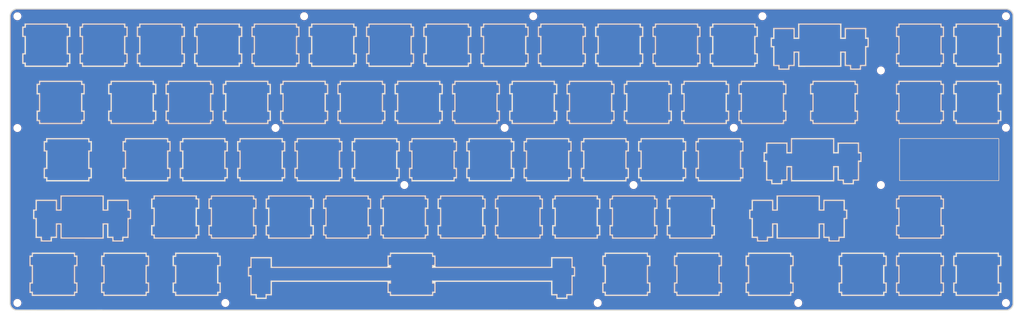
<source format=kicad_pcb>
(kicad_pcb (version 20240108) (generator "pcbnew") (generator_version "8.0")
  (layers (0 "F.Cu" signal) (31 "B.Cu" signal) (34 "B.Paste" user) (35 "F.Paste" user) (36 "B.SilkS" user "B.Silkscreen") (37 "F.SilkS" user "F.Silkscreen") (38 "B.Mask" user) (39 "F.Mask" user) (44 "Edge.Cuts" user))
  (net 0 "")
  (footprint "keyboard_parts:keyboard_top_plate" (layer "F.Cu") (at 198.616871 75.060772)
    (property "Reference" "Ref**" (hide yes))
    (property "Value" "Val**" (hide yes))
    (fp_rect (start 129 -7) (end 162 7) (stroke (width 0.2)) (fill none) (layer "Edge.Cuts"))
    (fp_poly (pts (xy -147.574 -44.196) (xy -146.769667 -44.196) (xy -146.769667 -40.809333) (xy -147.574 -40.809333) (xy -147.574 -35.284833) (xy -146.769667 -35.284833) (xy -146.769667 -31.898166) (xy -147.574 -31.898166) (xy -147.574 -30.903333) (xy -161.8615 -30.903333) (xy -161.8615 -31.898166) (xy -162.665833 -31.898166) (xy -162.665833 -35.284833) (xy -161.8615 -35.284833) (xy -161.8615 -40.809333) (xy -162.665833 -40.809333) (xy -162.665833 -43.899666) (xy -162.3695 -43.899666) (xy -162.3695 -41.0845) (xy -161.586333 -41.0845) (xy -161.586333 -35.009666) (xy -162.3695 -35.009666) (xy -162.3695 -32.1945) (xy -161.586333 -32.1945) (xy -161.586333 -31.199666) (xy -147.870333 -31.199666) (xy -147.870333 -32.1945) (xy -147.066 -32.1945) (xy -147.066 -35.009666) (xy -147.870333 -35.009666) (xy -147.870333 -41.0845) (xy -147.066 -41.0845) (xy -147.066 -43.899666) (xy -147.870333 -43.899666) (xy -147.870333 -44.915666) (xy -161.586333 -44.915666) (xy -161.586333 -43.899666) (xy -162.3695 -43.899666) (xy -162.665833 -43.899666) (xy -162.665833 -44.196) (xy -161.8615 -44.196) (xy -161.8615 -45.190833) (xy -147.574 -45.190833) (xy -147.574 -44.196)) (stroke (width 0.01)) (fill solid) (layer "Edge.Cuts"))
    (fp_poly (pts (xy -145.203333 32.004) (xy -144.399 32.004) (xy -144.399 35.390667) (xy -145.203333 35.390667) (xy -145.203333 40.894) (xy -144.399 40.894) (xy -144.399 44.280667) (xy -145.203333 44.280667) (xy -145.203333 45.2755) (xy -159.490833 45.2755) (xy -159.490833 44.280667) (xy -160.274 44.280667) (xy -160.274 40.894) (xy -159.490833 40.894) (xy -159.490833 35.390667) (xy -160.274 35.390667) (xy -160.274 32.279167) (xy -159.998833 32.279167) (xy -159.998833 35.094334) (xy -159.1945 35.094334) (xy -159.1945 41.190334) (xy -159.998833 41.190334) (xy -159.998833 44.0055) (xy -159.1945 44.0055) (xy -159.1945 45.000334) (xy -145.4785 45.000334) (xy -145.4785 44.0055) (xy -144.674167 44.0055) (xy -144.674167 41.190334) (xy -145.4785 41.190334) (xy -145.4785 35.094334) (xy -144.674167 35.094334) (xy -144.674167 32.279167) (xy -145.4785 32.279167) (xy -145.4785 31.284334) (xy -159.1945 31.284334) (xy -159.1945 32.279167) (xy -159.998833 32.279167) (xy -160.274 32.279167) (xy -160.274 32.004) (xy -159.490833 32.004) (xy -159.490833 31.009167) (xy -145.203333 31.009167) (xy -145.203333 32.004)) (stroke (width 0.01)) (fill solid) (layer "Edge.Cuts"))
    (fp_poly (pts (xy -140.440833 -6.096) (xy -139.6365 -6.096) (xy -139.6365 -2.709333) (xy -140.440833 -2.709333) (xy -140.440833 2.794) (xy -139.6365 2.794) (xy -139.6365 6.180667) (xy -140.440833 6.180667) (xy -140.440833 7.196667) (xy -154.728333 7.196667) (xy -154.728333 6.180667) (xy -155.5115 6.180667) (xy -155.5115 2.794) (xy -154.728333 2.794) (xy -154.728333 -2.709333) (xy -155.5115 -2.709333) (xy -155.5115 -5.799666) (xy -155.236333 -5.799666) (xy -155.236333 -3.005666) (xy -154.432 -3.005666) (xy -154.432 3.090334) (xy -155.236333 3.090334) (xy -155.236333 5.9055) (xy -154.432 5.9055) (xy -154.432 6.900334) (xy -140.716 6.900334) (xy -140.716 5.9055) (xy -139.911667 5.9055) (xy -139.911667 3.090334) (xy -140.716 3.090334) (xy -140.716 -3.005666) (xy -139.911667 -3.005666) (xy -139.911667 -5.799666) (xy -140.716 -5.799666) (xy -140.716 -6.815666) (xy -154.432 -6.815666) (xy -154.432 -5.799666) (xy -155.236333 -5.799666) (xy -155.5115 -5.799666) (xy -155.5115 -6.096) (xy -154.728333 -6.096) (xy -154.728333 -7.090833) (xy -140.440833 -7.090833) (xy -140.440833 -6.096)) (stroke (width 0.01)) (fill solid) (layer "Edge.Cuts"))
    (fp_poly (pts (xy -128.524 -44.196) (xy -127.719667 -44.196) (xy -127.719667 -40.809333) (xy -128.524 -40.809333) (xy -128.524 -35.284833) (xy -127.719667 -35.284833) (xy -127.719667 -31.898166) (xy -128.524 -31.898166) (xy -128.524 -30.903333) (xy -142.8115 -30.903333) (xy -142.8115 -31.898166) (xy -143.615833 -31.898166) (xy -143.615833 -35.284833) (xy -142.8115 -35.284833) (xy -142.8115 -40.809333) (xy -143.615833 -40.809333) (xy -143.615833 -43.899666) (xy -143.3195 -43.899666) (xy -143.3195 -41.0845) (xy -142.536333 -41.0845) (xy -142.536333 -35.009666) (xy -143.3195 -35.009666) (xy -143.3195 -32.1945) (xy -142.536333 -32.1945) (xy -142.536333 -31.199666) (xy -128.820333 -31.199666) (xy -128.820333 -32.1945) (xy -128.016 -32.1945) (xy -128.016 -35.009666) (xy -128.820333 -35.009666) (xy -128.820333 -41.0845) (xy -128.016 -41.0845) (xy -128.016 -43.899666) (xy -128.820333 -43.899666) (xy -128.820333 -44.915666) (xy -142.536333 -44.915666) (xy -142.536333 -43.899666) (xy -143.3195 -43.899666) (xy -143.615833 -43.899666) (xy -143.615833 -44.196) (xy -142.8115 -44.196) (xy -142.8115 -45.190833) (xy -128.524 -45.190833) (xy -128.524 -44.196)) (stroke (width 0.01)) (fill solid) (layer "Edge.Cuts"))
    (fp_poly (pts (xy -121.390833 32.004) (xy -120.5865 32.004) (xy -120.5865 35.390667) (xy -121.390833 35.390667) (xy -121.390833 40.894) (xy -120.5865 40.894) (xy -120.5865 44.280667) (xy -121.390833 44.280667) (xy -121.390833 45.2755) (xy -135.678333 45.2755) (xy -135.678333 44.280667) (xy -136.4615 44.280667) (xy -136.4615 40.894) (xy -135.678333 40.894) (xy -135.678333 35.390667) (xy -136.4615 35.390667) (xy -136.4615 32.279167) (xy -136.186333 32.279167) (xy -136.186333 35.094334) (xy -135.382 35.094334) (xy -135.382 41.190334) (xy -136.186333 41.190334) (xy -136.186333 44.0055) (xy -135.382 44.0055) (xy -135.382 45.000334) (xy -121.666 45.000334) (xy -121.666 44.0055) (xy -120.861667 44.0055) (xy -120.861667 41.190334) (xy -121.666 41.190334) (xy -121.666 35.094334) (xy -120.861667 35.094334) (xy -120.861667 32.279167) (xy -121.666 32.279167) (xy -121.666 31.284334) (xy -135.382 31.284334) (xy -135.382 32.279167) (xy -136.186333 32.279167) (xy -136.4615 32.279167) (xy -136.4615 32.004) (xy -135.678333 32.004) (xy -135.678333 31.009167) (xy -121.390833 31.009167) (xy -121.390833 32.004)) (stroke (width 0.01)) (fill solid) (layer "Edge.Cuts"))
    (fp_poly (pts (xy -109.474 -44.196) (xy -108.669667 -44.196) (xy -108.669667 -40.809333) (xy -109.474 -40.809333) (xy -109.474 -35.284833) (xy -108.669667 -35.284833) (xy -108.669667 -31.898166) (xy -109.474 -31.898166) (xy -109.474 -30.903333) (xy -123.7615 -30.903333) (xy -123.7615 -31.898166) (xy -124.565833 -31.898166) (xy -124.565833 -35.284833) (xy -123.7615 -35.284833) (xy -123.7615 -40.809333) (xy -124.565833 -40.809333) (xy -124.565833 -43.899666) (xy -124.2695 -43.899666) (xy -124.2695 -41.0845) (xy -123.486333 -41.0845) (xy -123.486333 -35.009666) (xy -124.2695 -35.009666) (xy -124.2695 -32.1945) (xy -123.486333 -32.1945) (xy -123.486333 -31.199666) (xy -109.770333 -31.199666) (xy -109.770333 -32.1945) (xy -108.966 -32.1945) (xy -108.966 -35.009666) (xy -109.770333 -35.009666) (xy -109.770333 -41.0845) (xy -108.966 -41.0845) (xy -108.966 -43.899666) (xy -109.770333 -43.899666) (xy -109.770333 -44.915666) (xy -123.486333 -44.915666) (xy -123.486333 -43.899666) (xy -124.2695 -43.899666) (xy -124.565833 -43.899666) (xy -124.565833 -44.196) (xy -123.7615 -44.196) (xy -123.7615 -45.190833) (xy -109.474 -45.190833) (xy -109.474 -44.196)) (stroke (width 0.01)) (fill solid) (layer "Edge.Cuts"))
    (fp_poly (pts (xy -104.7115 12.954) (xy -103.907167 12.954) (xy -103.907167 16.340667) (xy -104.7115 16.340667) (xy -104.7115 21.844) (xy -103.907167 21.844) (xy -103.907167 25.230667) (xy -104.7115 25.230667) (xy -104.7115 26.246667) (xy -118.999 26.246667) (xy -118.999 25.230667) (xy -119.803333 25.230667) (xy -119.803333 21.844) (xy -118.999 21.844) (xy -118.999 16.340667) (xy -119.803333 16.340667) (xy -119.803333 13.229167) (xy -119.507 13.229167) (xy -119.507 16.044334) (xy -118.723833 16.044334) (xy -118.723833 22.140334) (xy -119.507 22.140334) (xy -119.507 24.9555) (xy -118.723833 24.9555) (xy -118.723833 25.950334) (xy -105.007833 25.950334) (xy -105.007833 24.9555) (xy -104.2035 24.9555) (xy -104.2035 22.140334) (xy -105.007833 22.140334) (xy -105.007833 16.044334) (xy -104.2035 16.044334) (xy -104.2035 13.229167) (xy -105.007833 13.229167) (xy -105.007833 12.234334) (xy -118.723833 12.234334) (xy -118.723833 13.229167) (xy -119.507 13.229167) (xy -119.803333 13.229167) (xy -119.803333 12.954) (xy -118.999 12.954) (xy -118.999 11.959167) (xy -104.7115 11.959167) (xy -104.7115 12.954)) (stroke (width 0.01)) (fill solid) (layer "Edge.Cuts"))
    (fp_poly (pts (xy -97.578333 32.004) (xy -96.774 32.004) (xy -96.774 35.390667) (xy -97.578333 35.390667) (xy -97.578333 40.894) (xy -96.774 40.894) (xy -96.774 44.280667) (xy -97.578333 44.280667) (xy -97.578333 45.2755) (xy -111.865833 45.2755) (xy -111.865833 44.280667) (xy -112.649 44.280667) (xy -112.649 40.894) (xy -111.865833 40.894) (xy -111.865833 35.390667) (xy -112.649 35.390667) (xy -112.649 32.279167) (xy -112.373833 32.279167) (xy -112.373833 35.094334) (xy -111.5695 35.094334) (xy -111.5695 41.190334) (xy -112.373833 41.190334) (xy -112.373833 44.0055) (xy -111.5695 44.0055) (xy -111.5695 45.000334) (xy -97.8535 45.000334) (xy -97.8535 44.0055) (xy -97.049167 44.0055) (xy -97.049167 41.190334) (xy -97.8535 41.190334) (xy -97.8535 35.094334) (xy -97.049167 35.094334) (xy -97.049167 32.279167) (xy -97.8535 32.279167) (xy -97.8535 31.284334) (xy -111.5695 31.284334) (xy -111.5695 32.279167) (xy -112.373833 32.279167) (xy -112.649 32.279167) (xy -112.649 32.004) (xy -111.865833 32.004) (xy -111.865833 31.009167) (xy -97.578333 31.009167) (xy -97.578333 32.004)) (stroke (width 0.01)) (fill solid) (layer "Edge.Cuts"))
    (fp_poly (pts (xy -90.424 -44.196) (xy -89.619667 -44.196) (xy -89.619667 -40.809333) (xy -90.424 -40.809333) (xy -90.424 -35.284833) (xy -89.619667 -35.284833) (xy -89.619667 -31.898166) (xy -90.424 -31.898166) (xy -90.424 -30.903333) (xy -104.7115 -30.903333) (xy -104.7115 -31.898166) (xy -105.515833 -31.898166) (xy -105.515833 -35.284833) (xy -104.7115 -35.284833) (xy -104.7115 -40.809333) (xy -105.515833 -40.809333) (xy -105.515833 -43.899666) (xy -105.2195 -43.899666) (xy -105.2195 -41.0845) (xy -104.436333 -41.0845) (xy -104.436333 -35.009666) (xy -105.2195 -35.009666) (xy -105.2195 -32.1945) (xy -104.436333 -32.1945) (xy -104.436333 -31.199666) (xy -90.720333 -31.199666) (xy -90.720333 -32.1945) (xy -89.916 -32.1945) (xy -89.916 -35.009666) (xy -90.720333 -35.009666) (xy -90.720333 -41.0845) (xy -89.916 -41.0845) (xy -89.916 -43.899666) (xy -90.720333 -43.899666) (xy -90.720333 -44.915666) (xy -104.436333 -44.915666) (xy -104.436333 -43.899666) (xy -105.2195 -43.899666) (xy -105.515833 -43.899666) (xy -105.515833 -44.196) (xy -104.7115 -44.196) (xy -104.7115 -45.190833) (xy -90.424 -45.190833) (xy -90.424 -44.196)) (stroke (width 0.01)) (fill solid) (layer "Edge.Cuts"))
    (fp_poly (pts (xy -66.6115 12.954) (xy -65.828333 12.954) (xy -65.828333 16.340667) (xy -66.6115 16.340667) (xy -66.6115 21.844) (xy -65.828333 21.844) (xy -65.828333 25.230667) (xy -66.6115 25.230667) (xy -66.6115 26.246667) (xy -80.899 26.246667) (xy -80.899 25.230667) (xy -81.703333 25.230667) (xy -81.703333 21.844) (xy -80.899 21.844) (xy -80.899 16.340667) (xy -81.703333 16.340667) (xy -81.703333 13.229167) (xy -81.407 13.229167) (xy -81.407 16.044334) (xy -80.623833 16.044334) (xy -80.623833 22.140334) (xy -81.407 22.140334) (xy -81.407 24.9555) (xy -80.623833 24.9555) (xy -80.623833 25.950334) (xy -66.907833 25.950334) (xy -66.907833 24.9555) (xy -66.1035 24.9555) (xy -66.1035 22.140334) (xy -66.907833 22.140334) (xy -66.907833 16.044334) (xy -66.1035 16.044334) (xy -66.1035 13.229167) (xy -66.907833 13.229167) (xy -66.907833 12.234334) (xy -80.623833 12.234334) (xy -80.623833 13.229167) (xy -81.407 13.229167) (xy -81.703333 13.229167) (xy -81.703333 12.954) (xy -80.899 12.954) (xy -80.899 11.959167) (xy -66.6115 11.959167) (xy -66.6115 12.954)) (stroke (width 0.01)) (fill solid) (layer "Edge.Cuts"))
    (fp_poly (pts (xy -57.0865 -6.096) (xy -56.303333 -6.096) (xy -56.303333 -2.709333) (xy -57.0865 -2.709333) (xy -57.0865 2.794) (xy -56.303333 2.794) (xy -56.303333 6.180667) (xy -57.0865 6.180667) (xy -57.0865 7.196667) (xy -71.374 7.196667) (xy -71.374 6.180667) (xy -72.178333 6.180667) (xy -72.178333 2.794) (xy -71.374 2.794) (xy -71.374 -2.709333) (xy -72.178333 -2.709333) (xy -72.178333 -5.799666) (xy -71.882 -5.799666) (xy -71.882 -3.005666) (xy -71.098833 -3.005666) (xy -71.098833 3.090334) (xy -71.882 3.090334) (xy -71.882 5.9055) (xy -71.098833 5.9055) (xy -71.098833 6.900334) (xy -57.382833 6.900334) (xy -57.382833 5.9055) (xy -56.5785 5.9055) (xy -56.5785 3.090334) (xy -57.382833 3.090334) (xy -57.382833 -3.005666) (xy -56.5785 -3.005666) (xy -56.5785 -5.799666) (xy -57.382833 -5.799666) (xy -57.382833 -6.815666) (xy -71.098833 -6.815666) (xy -71.098833 -5.799666) (xy -71.882 -5.799666) (xy -72.178333 -5.799666) (xy -72.178333 -6.096) (xy -71.374 -6.096) (xy -71.374 -7.090833) (xy -57.0865 -7.090833) (xy -57.0865 -6.096)) (stroke (width 0.01)) (fill solid) (layer "Edge.Cuts"))
    (fp_poly (pts (xy -52.324 -44.196) (xy -51.540833 -44.196) (xy -51.540833 -40.809333) (xy -52.324 -40.809333) (xy -52.324 -35.284833) (xy -51.540833 -35.284833) (xy -51.540833 -31.898166) (xy -52.324 -31.898166) (xy -52.324 -30.903333) (xy -66.6115 -30.903333) (xy -66.6115 -31.898166) (xy -67.415833 -31.898166) (xy -67.415833 -35.284833) (xy -66.6115 -35.284833) (xy -66.6115 -40.809333) (xy -67.415833 -40.809333) (xy -67.415833 -43.899666) (xy -67.1195 -43.899666) (xy -67.1195 -41.0845) (xy -66.336333 -41.0845) (xy -66.336333 -35.009666) (xy -67.1195 -35.009666) (xy -67.1195 -32.1945) (xy -66.336333 -32.1945) (xy -66.336333 -31.199666) (xy -52.620333 -31.199666) (xy -52.620333 -32.1945) (xy -51.816 -32.1945) (xy -51.816 -35.009666) (xy -52.620333 -35.009666) (xy -52.620333 -41.0845) (xy -51.816 -41.0845) (xy -51.816 -43.899666) (xy -52.620333 -43.899666) (xy -52.620333 -44.915666) (xy -66.336333 -44.915666) (xy -66.336333 -43.899666) (xy -67.1195 -43.899666) (xy -67.415833 -43.899666) (xy -67.415833 -44.196) (xy -66.6115 -44.196) (xy -66.6115 -45.190833) (xy -52.324 -45.190833) (xy -52.324 -44.196)) (stroke (width 0.01)) (fill solid) (layer "Edge.Cuts"))
    (fp_poly (pts (xy -47.5615 12.954) (xy -46.778333 12.954) (xy -46.778333 16.340667) (xy -47.5615 16.340667) (xy -47.5615 21.844) (xy -46.778333 21.844) (xy -46.778333 25.230667) (xy -47.5615 25.230667) (xy -47.5615 26.246667) (xy -61.849 26.246667) (xy -61.849 25.230667) (xy -62.653333 25.230667) (xy -62.653333 21.844) (xy -61.849 21.844) (xy -61.849 16.340667) (xy -62.653333 16.340667) (xy -62.653333 13.229167) (xy -62.378167 13.229167) (xy -62.378167 16.044334) (xy -61.573833 16.044334) (xy -61.573833 22.140334) (xy -62.378167 22.140334) (xy -62.378167 24.9555) (xy -61.573833 24.9555) (xy -61.573833 25.950334) (xy -47.857833 25.950334) (xy -47.857833 24.9555) (xy -47.0535 24.9555) (xy -47.0535 22.140334) (xy -47.857833 22.140334) (xy -47.857833 16.044334) (xy -47.0535 16.044334) (xy -47.0535 13.229167) (xy -47.857833 13.229167) (xy -47.857833 12.234334) (xy -61.573833 12.234334) (xy -61.573833 13.229167) (xy -62.378167 13.229167) (xy -62.653333 13.229167) (xy -62.653333 12.954) (xy -61.849 12.954) (xy -61.849 11.959167) (xy -47.5615 11.959167) (xy -47.5615 12.954)) (stroke (width 0.01)) (fill solid) (layer "Edge.Cuts"))
    (fp_poly (pts (xy -38.0365 -6.096) (xy -37.253333 -6.096) (xy -37.253333 -2.709333) (xy -38.0365 -2.709333) (xy -38.0365 2.794) (xy -37.253333 2.794) (xy -37.253333 6.180667) (xy -38.0365 6.180667) (xy -38.0365 7.196667) (xy -52.324 7.196667) (xy -52.324 6.180667) (xy -53.128333 6.180667) (xy -53.128333 2.794) (xy -52.324 2.794) (xy -52.324 -2.709333) (xy -53.128333 -2.709333) (xy -53.128333 -5.799666) (xy -52.853167 -5.799666) (xy -52.853167 -3.005666) (xy -52.048833 -3.005666) (xy -52.048833 3.090334) (xy -52.853167 3.090334) (xy -52.853167 5.9055) (xy -52.048833 5.9055) (xy -52.048833 6.900334) (xy -38.332833 6.900334) (xy -38.332833 5.9055) (xy -37.5285 5.9055) (xy -37.5285 3.090334) (xy -38.332833 3.090334) (xy -38.332833 -3.005666) (xy -37.5285 -3.005666) (xy -37.5285 -5.799666) (xy -38.332833 -5.799666) (xy -38.332833 -6.815666) (xy -52.048833 -6.815666) (xy -52.048833 -5.799666) (xy -52.853167 -5.799666) (xy -53.128333 -5.799666) (xy -53.128333 -6.096) (xy -52.324 -6.096) (xy -52.324 -7.090833) (xy -38.0365 -7.090833) (xy -38.0365 -6.096)) (stroke (width 0.01)) (fill solid) (layer "Edge.Cuts"))
    (fp_poly (pts (xy -28.5115 12.954) (xy -27.728333 12.954) (xy -27.728333 16.340667) (xy -28.5115 16.340667) (xy -28.5115 21.844) (xy -27.728333 21.844) (xy -27.728333 25.230667) (xy -28.5115 25.230667) (xy -28.5115 26.246667) (xy -42.799 26.246667) (xy -42.799 25.230667) (xy -43.603333 25.230667) (xy -43.603333 21.844) (xy -42.799 21.844) (xy -42.799 16.340667) (xy -43.603333 16.340667) (xy -43.603333 13.229167) (xy -43.328167 13.229167) (xy -43.328167 16.044334) (xy -42.523833 16.044334) (xy -42.523833 22.140334) (xy -43.328167 22.140334) (xy -43.328167 24.9555) (xy -42.523833 24.9555) (xy -42.523833 25.950334) (xy -28.807833 25.950334) (xy -28.807833 24.9555) (xy -28.0035 24.9555) (xy -28.0035 22.140334) (xy -28.807833 22.140334) (xy -28.807833 16.044334) (xy -28.0035 16.044334) (xy -28.0035 13.229167) (xy -28.807833 13.229167) (xy -28.807833 12.234334) (xy -42.523833 12.234334) (xy -42.523833 13.229167) (xy -43.328167 13.229167) (xy -43.603333 13.229167) (xy -43.603333 12.954) (xy -42.799 12.954) (xy -42.799 11.959167) (xy -28.5115 11.959167) (xy -28.5115 12.954)) (stroke (width 0.01)) (fill solid) (layer "Edge.Cuts"))
    (fp_poly (pts (xy -18.9865 -6.096) (xy -18.203333 -6.096) (xy -18.203333 -2.709333) (xy -18.9865 -2.709333) (xy -18.9865 2.794) (xy -18.203333 2.794) (xy -18.203333 6.180667) (xy -18.9865 6.180667) (xy -18.9865 7.196667) (xy -33.274 7.196667) (xy -33.274 6.180667) (xy -34.078333 6.180667) (xy -34.078333 2.794) (xy -33.274 2.794) (xy -33.274 -2.709333) (xy -34.078333 -2.709333) (xy -34.078333 -5.799666) (xy -33.803167 -5.799666) (xy -33.803167 -3.005666) (xy -32.998833 -3.005666) (xy -32.998833 3.090334) (xy -33.803167 3.090334) (xy -33.803167 5.9055) (xy -32.998833 5.9055) (xy -32.998833 6.900334) (xy -19.282833 6.900334) (xy -19.282833 5.9055) (xy -18.4785 5.9055) (xy -18.4785 3.090334) (xy -19.282833 3.090334) (xy -19.282833 -3.005666) (xy -18.4785 -3.005666) (xy -18.4785 -5.799666) (xy -19.282833 -5.799666) (xy -19.282833 -6.815666) (xy -32.998833 -6.815666) (xy -32.998833 -5.799666) (xy -33.803167 -5.799666) (xy -34.078333 -5.799666) (xy -34.078333 -6.096) (xy -33.274 -6.096) (xy -33.274 -7.090833) (xy -18.9865 -7.090833) (xy -18.9865 -6.096)) (stroke (width 0.01)) (fill solid) (layer "Edge.Cuts"))
    (fp_poly (pts (xy -9.4615 12.954) (xy -8.678333 12.954) (xy -8.678333 16.340667) (xy -9.4615 16.340667) (xy -9.4615 21.844) (xy -8.678333 21.844) (xy -8.678333 25.230667) (xy -9.4615 25.230667) (xy -9.4615 26.246667) (xy -23.749 26.246667) (xy -23.749 25.230667) (xy -24.553333 25.230667) (xy -24.553333 21.844) (xy -23.749 21.844) (xy -23.749 16.340667) (xy -24.553333 16.340667) (xy -24.553333 13.229167) (xy -24.278167 13.229167) (xy -24.278167 16.044334) (xy -23.473833 16.044334) (xy -23.473833 22.140334) (xy -24.278167 22.140334) (xy -24.278167 24.9555) (xy -23.473833 24.9555) (xy -23.473833 25.950334) (xy -9.757833 25.950334) (xy -9.757833 24.9555) (xy -8.9535 24.9555) (xy -8.9535 22.140334) (xy -9.757833 22.140334) (xy -9.757833 16.044334) (xy -8.9535 16.044334) (xy -8.9535 13.229167) (xy -9.757833 13.229167) (xy -9.757833 12.234334) (xy -23.473833 12.234334) (xy -23.473833 13.229167) (xy -24.278167 13.229167) (xy -24.553333 13.229167) (xy -24.553333 12.954) (xy -23.749 12.954) (xy -23.749 11.959167) (xy -9.4615 11.959167) (xy -9.4615 12.954)) (stroke (width 0.01)) (fill solid) (layer "Edge.Cuts"))
    (fp_poly (pts (xy -4.699 -25.146) (xy -3.915833 -25.146) (xy -3.915833 -21.759333) (xy -4.699 -21.759333) (xy -4.699 -16.234833) (xy -3.915833 -16.234833) (xy -3.915833 -12.848166) (xy -4.699 -12.848166) (xy -4.699 -11.853333) (xy -18.9865 -11.853333) (xy -18.9865 -12.848166) (xy -19.790833 -12.848166) (xy -19.790833 -16.234833) (xy -18.9865 -16.234833) (xy -18.9865 -21.759333) (xy -19.790833 -21.759333) (xy -19.790833 -24.849666) (xy -19.515667 -24.849666) (xy -19.515667 -22.0345) (xy -18.711333 -22.0345) (xy -18.711333 -15.959666) (xy -19.515667 -15.959666) (xy -19.515667 -13.1445) (xy -18.711333 -13.1445) (xy -18.711333 -12.149666) (xy -4.995333 -12.149666) (xy -4.995333 -13.1445) (xy -4.191 -13.1445) (xy -4.191 -15.959666) (xy -4.995333 -15.959666) (xy -4.995333 -22.0345) (xy -4.191 -22.0345) (xy -4.191 -24.849666) (xy -4.995333 -24.849666) (xy -4.995333 -25.865666) (xy -18.711333 -25.865666) (xy -18.711333 -24.849666) (xy -19.515667 -24.849666) (xy -19.790833 -24.849666) (xy -19.790833 -25.146) (xy -18.9865 -25.146) (xy -18.9865 -26.140833) (xy -4.699 -26.140833) (xy -4.699 -25.146)) (stroke (width 0.01)) (fill solid) (layer "Edge.Cuts"))
    (fp_poly (pts (xy 0.0635 -6.096) (xy 0.846667 -6.096) (xy 0.846667 -2.709333) (xy 0.0635 -2.709333) (xy 0.0635 2.794) (xy 0.846667 2.794) (xy 0.846667 6.180667) (xy 0.0635 6.180667) (xy 0.0635 7.196667) (xy -14.224 7.196667) (xy -14.224 6.180667) (xy -15.028333 6.180667) (xy -15.028333 2.794) (xy -14.224 2.794) (xy -14.224 -2.709333) (xy -15.028333 -2.709333) (xy -15.028333 -5.799666) (xy -14.753167 -5.799666) (xy -14.753167 -3.005666) (xy -13.948833 -3.005666) (xy -13.948833 3.090334) (xy -14.753167 3.090334) (xy -14.753167 5.9055) (xy -13.948833 5.9055) (xy -13.948833 6.900334) (xy -0.232833 6.900334) (xy -0.232833 5.9055) (xy 0.5715 5.9055) (xy 0.5715 3.090334) (xy -0.232833 3.090334) (xy -0.232833 -3.005666) (xy 0.5715 -3.005666) (xy 0.5715 -5.799666) (xy -0.232833 -5.799666) (xy -0.232833 -6.815666) (xy -13.948833 -6.815666) (xy -13.948833 -5.799666) (xy -14.753167 -5.799666) (xy -15.028333 -5.799666) (xy -15.028333 -6.096) (xy -14.224 -6.096) (xy -14.224 -7.090833) (xy 0.0635 -7.090833) (xy 0.0635 -6.096)) (stroke (width 0.01)) (fill solid) (layer "Edge.Cuts"))
    (fp_poly (pts (xy 4.826 -44.196) (xy 5.609167 -44.196) (xy 5.609167 -40.809333) (xy 4.826 -40.809333) (xy 4.826 -35.284833) (xy 5.609167 -35.284833) (xy 5.609167 -31.898166) (xy 4.826 -31.898166) (xy 4.826 -30.903333) (xy -9.4615 -30.903333) (xy -9.4615 -31.898166) (xy -10.265833 -31.898166) (xy -10.265833 -35.284833) (xy -9.4615 -35.284833) (xy -9.4615 -40.809333) (xy -10.265833 -40.809333) (xy -10.265833 -43.899666) (xy -9.990667 -43.899666) (xy -9.990667 -41.0845) (xy -9.186333 -41.0845) (xy -9.186333 -35.009666) (xy -9.990667 -35.009666) (xy -9.990667 -32.1945) (xy -9.186333 -32.1945) (xy -9.186333 -31.199666) (xy 4.529667 -31.199666) (xy 4.529667 -32.1945) (xy 5.334 -32.1945) (xy 5.334 -35.009666) (xy 4.529667 -35.009666) (xy 4.529667 -41.0845) (xy 5.334 -41.0845) (xy 5.334 -43.899666) (xy 4.529667 -43.899666) (xy 4.529667 -44.915666) (xy -9.186333 -44.915666) (xy -9.186333 -43.899666) (xy -9.990667 -43.899666) (xy -10.265833 -43.899666) (xy -10.265833 -44.196) (xy -9.4615 -44.196) (xy -9.4615 -45.190833) (xy 4.826 -45.190833) (xy 4.826 -44.196)) (stroke (width 0.01)) (fill solid) (layer "Edge.Cuts"))
    (fp_poly (pts (xy 9.5885 12.954) (xy 10.371667 12.954) (xy 10.371667 16.340667) (xy 9.5885 16.340667) (xy 9.5885 21.844) (xy 10.371667 21.844) (xy 10.371667 25.230667) (xy 9.5885 25.230667) (xy 9.5885 26.246667) (xy -4.699 26.246667) (xy -4.699 25.230667) (xy -5.503333 25.230667) (xy -5.503333 21.844) (xy -4.699 21.844) (xy -4.699 16.340667) (xy -5.503333 16.340667) (xy -5.503333 13.229167) (xy -5.228167 13.229167) (xy -5.228167 16.044334) (xy -4.423833 16.044334) (xy -4.423833 22.140334) (xy -5.228167 22.140334) (xy -5.228167 24.9555) (xy -4.423833 24.9555) (xy -4.423833 25.950334) (xy 9.292167 25.950334) (xy 9.292167 24.9555) (xy 10.0965 24.9555) (xy 10.0965 22.140334) (xy 9.292167 22.140334) (xy 9.292167 16.044334) (xy 10.0965 16.044334) (xy 10.0965 13.229167) (xy 9.292167 13.229167) (xy 9.292167 12.234334) (xy -4.423833 12.234334) (xy -4.423833 13.229167) (xy -5.228167 13.229167) (xy -5.503333 13.229167) (xy -5.503333 12.954) (xy -4.699 12.954) (xy -4.699 11.959167) (xy 9.5885 11.959167) (xy 9.5885 12.954)) (stroke (width 0.01)) (fill solid) (layer "Edge.Cuts"))
    (fp_poly (pts (xy 14.351 -25.146) (xy 15.134167 -25.146) (xy 15.134167 -21.759333) (xy 14.351 -21.759333) (xy 14.351 -16.234833) (xy 15.134167 -16.234833) (xy 15.134167 -12.848166) (xy 14.351 -12.848166) (xy 14.351 -11.853333) (xy 0.0635 -11.853333) (xy 0.0635 -12.848166) (xy -0.740833 -12.848166) (xy -0.740833 -16.234833) (xy 0.0635 -16.234833) (xy 0.0635 -21.759333) (xy -0.740833 -21.759333) (xy -0.740833 -24.849666) (xy -0.465667 -24.849666) (xy -0.465667 -22.0345) (xy 0.338667 -22.0345) (xy 0.338667 -15.959666) (xy -0.465667 -15.959666) (xy -0.465667 -13.1445) (xy 0.338667 -13.1445) (xy 0.338667 -12.149666) (xy 14.054667 -12.149666) (xy 14.054667 -13.1445) (xy 14.859 -13.1445) (xy 14.859 -15.959666) (xy 14.054667 -15.959666) (xy 14.054667 -22.0345) (xy 14.859 -22.0345) (xy 14.859 -24.849666) (xy 14.054667 -24.849666) (xy 14.054667 -25.865666) (xy 0.338667 -25.865666) (xy 0.338667 -24.849666) (xy -0.465667 -24.849666) (xy -0.740833 -24.849666) (xy -0.740833 -25.146) (xy 0.0635 -25.146) (xy 0.0635 -26.140833) (xy 14.351 -26.140833) (xy 14.351 -25.146)) (stroke (width 0.01)) (fill solid) (layer "Edge.Cuts"))
    (fp_poly (pts (xy 19.1135 -6.096) (xy 19.896667 -6.096) (xy 19.896667 -2.709333) (xy 19.1135 -2.709333) (xy 19.1135 2.794) (xy 19.896667 2.794) (xy 19.896667 6.180667) (xy 19.1135 6.180667) (xy 19.1135 7.196667) (xy 4.826 7.196667) (xy 4.826 6.180667) (xy 4.021667 6.180667) (xy 4.021667 2.794) (xy 4.826 2.794) (xy 4.826 -2.709333) (xy 4.021667 -2.709333) (xy 4.021667 -5.799666) (xy 4.296833 -5.799666) (xy 4.296833 -3.005666) (xy 5.101167 -3.005666) (xy 5.101167 3.090334) (xy 4.296833 3.090334) (xy 4.296833 5.9055) (xy 5.101167 5.9055) (xy 5.101167 6.900334) (xy 18.817167 6.900334) (xy 18.817167 5.9055) (xy 19.6215 5.9055) (xy 19.6215 3.090334) (xy 18.817167 3.090334) (xy 18.817167 -3.005666) (xy 19.6215 -3.005666) (xy 19.6215 -5.799666) (xy 18.817167 -5.799666) (xy 18.817167 -6.815666) (xy 5.101167 -6.815666) (xy 5.101167 -5.799666) (xy 4.296833 -5.799666) (xy 4.021667 -5.799666) (xy 4.021667 -6.096) (xy 4.826 -6.096) (xy 4.826 -7.090833) (xy 19.1135 -7.090833) (xy 19.1135 -6.096)) (stroke (width 0.01)) (fill solid) (layer "Edge.Cuts"))
    (fp_poly (pts (xy 23.876 -44.196) (xy 24.659167 -44.196) (xy 24.659167 -40.809333) (xy 23.876 -40.809333) (xy 23.876 -35.284833) (xy 24.659167 -35.284833) (xy 24.659167 -31.898166) (xy 23.876 -31.898166) (xy 23.876 -30.903333) (xy 9.5885 -30.903333) (xy 9.5885 -31.898166) (xy 8.784167 -31.898166) (xy 8.784167 -35.284833) (xy 9.5885 -35.284833) (xy 9.5885 -40.809333) (xy 8.784167 -40.809333) (xy 8.784167 -43.899666) (xy 9.059333 -43.899666) (xy 9.059333 -41.0845) (xy 9.863667 -41.0845) (xy 9.863667 -35.009666) (xy 9.059333 -35.009666) (xy 9.059333 -32.1945) (xy 9.863667 -32.1945) (xy 9.863667 -31.199666) (xy 23.579667 -31.199666) (xy 23.579667 -32.1945) (xy 24.384 -32.1945) (xy 24.384 -35.009666) (xy 23.579667 -35.009666) (xy 23.579667 -41.0845) (xy 24.384 -41.0845) (xy 24.384 -43.899666) (xy 23.579667 -43.899666) (xy 23.579667 -44.915666) (xy 9.863667 -44.915666) (xy 9.863667 -43.899666) (xy 9.059333 -43.899666) (xy 8.784167 -43.899666) (xy 8.784167 -44.196) (xy 9.5885 -44.196) (xy 9.5885 -45.190833) (xy 23.876 -45.190833) (xy 23.876 -44.196)) (stroke (width 0.01)) (fill solid) (layer "Edge.Cuts"))
    (fp_poly (pts (xy 28.6385 12.954) (xy 29.421667 12.954) (xy 29.421667 16.340667) (xy 28.6385 16.340667) (xy 28.6385 21.844) (xy 29.421667 21.844) (xy 29.421667 25.230667) (xy 28.6385 25.230667) (xy 28.6385 26.246667) (xy 14.351 26.246667) (xy 14.351 25.230667) (xy 13.546667 25.230667) (xy 13.546667 21.844) (xy 14.351 21.844) (xy 14.351 16.340667) (xy 13.546667 16.340667) (xy 13.546667 13.229167) (xy 13.821833 13.229167) (xy 13.821833 16.044334) (xy 14.626167 16.044334) (xy 14.626167 22.140334) (xy 13.821833 22.140334) (xy 13.821833 24.9555) (xy 14.626167 24.9555) (xy 14.626167 25.950334) (xy 28.342167 25.950334) (xy 28.342167 24.9555) (xy 29.1465 24.9555) (xy 29.1465 22.140334) (xy 28.342167 22.140334) (xy 28.342167 16.044334) (xy 29.1465 16.044334) (xy 29.1465 13.229167) (xy 28.342167 13.229167) (xy 28.342167 12.234334) (xy 14.626167 12.234334) (xy 14.626167 13.229167) (xy 13.821833 13.229167) (xy 13.546667 13.229167) (xy 13.546667 12.954) (xy 14.351 12.954) (xy 14.351 11.959167) (xy 28.6385 11.959167) (xy 28.6385 12.954)) (stroke (width 0.01)) (fill solid) (layer "Edge.Cuts"))
    (fp_poly (pts (xy 33.401 -25.146) (xy 34.184167 -25.146) (xy 34.184167 -21.759333) (xy 33.401 -21.759333) (xy 33.401 -16.234833) (xy 34.184167 -16.234833) (xy 34.184167 -12.848166) (xy 33.401 -12.848166) (xy 33.401 -11.853333) (xy 19.1135 -11.853333) (xy 19.1135 -12.848166) (xy 18.309167 -12.848166) (xy 18.309167 -16.234833) (xy 19.1135 -16.234833) (xy 19.1135 -21.759333) (xy 18.309167 -21.759333) (xy 18.309167 -24.849666) (xy 18.584333 -24.849666) (xy 18.584333 -22.0345) (xy 19.388667 -22.0345) (xy 19.388667 -15.959666) (xy 18.584333 -15.959666) (xy 18.584333 -13.1445) (xy 19.388667 -13.1445) (xy 19.388667 -12.149666) (xy 33.104667 -12.149666) (xy 33.104667 -13.1445) (xy 33.909 -13.1445) (xy 33.909 -15.959666) (xy 33.104667 -15.959666) (xy 33.104667 -22.0345) (xy 33.909 -22.0345) (xy 33.909 -24.849666) (xy 33.104667 -24.849666) (xy 33.104667 -25.865666) (xy 19.388667 -25.865666) (xy 19.388667 -24.849666) (xy 18.584333 -24.849666) (xy 18.309167 -24.849666) (xy 18.309167 -25.146) (xy 19.1135 -25.146) (xy 19.1135 -26.140833) (xy 33.401 -26.140833) (xy 33.401 -25.146)) (stroke (width 0.01)) (fill solid) (layer "Edge.Cuts"))
    (fp_poly (pts (xy 38.1635 -6.096) (xy 38.946667 -6.096) (xy 38.946667 -2.709333) (xy 38.1635 -2.709333) (xy 38.1635 2.794) (xy 38.946667 2.794) (xy 38.946667 6.180667) (xy 38.1635 6.180667) (xy 38.1635 7.196667) (xy 23.876 7.196667) (xy 23.876 6.180667) (xy 23.071667 6.180667) (xy 23.071667 2.794) (xy 23.876 2.794) (xy 23.876 -2.709333) (xy 23.071667 -2.709333) (xy 23.071667 -5.799666) (xy 23.346833 -5.799666) (xy 23.346833 -3.005666) (xy 24.151167 -3.005666) (xy 24.151167 3.090334) (xy 23.346833 3.090334) (xy 23.346833 5.9055) (xy 24.151167 5.9055) (xy 24.151167 6.900334) (xy 37.867167 6.900334) (xy 37.867167 5.9055) (xy 38.6715 5.9055) (xy 38.6715 3.090334) (xy 37.867167 3.090334) (xy 37.867167 -3.005666) (xy 38.6715 -3.005666) (xy 38.6715 -5.799666) (xy 37.867167 -5.799666) (xy 37.867167 -6.815666) (xy 24.151167 -6.815666) (xy 24.151167 -5.799666) (xy 23.346833 -5.799666) (xy 23.071667 -5.799666) (xy 23.071667 -6.096) (xy 23.876 -6.096) (xy 23.876 -7.090833) (xy 38.1635 -7.090833) (xy 38.1635 -6.096)) (stroke (width 0.01)) (fill solid) (layer "Edge.Cuts"))
    (fp_poly (pts (xy 42.926 -44.196) (xy 43.709167 -44.196) (xy 43.709167 -40.809333) (xy 42.926 -40.809333) (xy 42.926 -35.284833) (xy 43.709167 -35.284833) (xy 43.709167 -31.898166) (xy 42.926 -31.898166) (xy 42.926 -30.903333) (xy 28.6385 -30.903333) (xy 28.6385 -31.898166) (xy 27.834167 -31.898166) (xy 27.834167 -35.284833) (xy 28.6385 -35.284833) (xy 28.6385 -40.809333) (xy 27.834167 -40.809333) (xy 27.834167 -43.899666) (xy 28.109333 -43.899666) (xy 28.109333 -41.0845) (xy 28.913667 -41.0845) (xy 28.913667 -35.009666) (xy 28.109333 -35.009666) (xy 28.109333 -32.1945) (xy 28.913667 -32.1945) (xy 28.913667 -31.199666) (xy 42.629667 -31.199666) (xy 42.629667 -32.1945) (xy 43.434 -32.1945) (xy 43.434 -35.009666) (xy 42.629667 -35.009666) (xy 42.629667 -41.0845) (xy 43.434 -41.0845) (xy 43.434 -43.899666) (xy 42.629667 -43.899666) (xy 42.629667 -44.915666) (xy 28.913667 -44.915666) (xy 28.913667 -43.899666) (xy 28.109333 -43.899666) (xy 27.834167 -43.899666) (xy 27.834167 -44.196) (xy 28.6385 -44.196) (xy 28.6385 -45.190833) (xy 42.926 -45.190833) (xy 42.926 -44.196)) (stroke (width 0.01)) (fill solid) (layer "Edge.Cuts"))
    (fp_poly (pts (xy 45.296667 32.004) (xy 46.101 32.004) (xy 46.101 35.390667) (xy 45.296667 35.390667) (xy 45.296667 40.894) (xy 46.101 40.894) (xy 46.101 44.280667) (xy 45.296667 44.280667) (xy 45.296667 45.2755) (xy 31.009167 45.2755) (xy 31.009167 44.280667) (xy 30.204833 44.280667) (xy 30.204833 40.894) (xy 31.009167 40.894) (xy 31.009167 35.390667) (xy 30.204833 35.390667) (xy 30.204833 32.279167) (xy 30.501167 32.279167) (xy 30.501167 35.094334) (xy 31.3055 35.094334) (xy 31.3055 41.190334) (xy 30.501167 41.190334) (xy 30.501167 44.0055) (xy 31.3055 44.0055) (xy 31.3055 45.000334) (xy 45.0215 45.000334) (xy 45.0215 44.0055) (xy 45.804667 44.0055) (xy 45.804667 41.190334) (xy 45.0215 41.190334) (xy 45.0215 35.094334) (xy 45.804667 35.094334) (xy 45.804667 32.279167) (xy 45.0215 32.279167) (xy 45.0215 31.284334) (xy 31.3055 31.284334) (xy 31.3055 32.279167) (xy 30.501167 32.279167) (xy 30.204833 32.279167) (xy 30.204833 32.004) (xy 31.009167 32.004) (xy 31.009167 31.009167) (xy 45.296667 31.009167) (xy 45.296667 32.004)) (stroke (width 0.01)) (fill solid) (layer "Edge.Cuts"))
    (fp_poly (pts (xy 47.6885 12.954) (xy 48.471667 12.954) (xy 48.471667 16.340667) (xy 47.6885 16.340667) (xy 47.6885 21.844) (xy 48.471667 21.844) (xy 48.471667 25.230667) (xy 47.6885 25.230667) (xy 47.6885 26.246667) (xy 33.401 26.246667) (xy 33.401 25.230667) (xy 32.596667 25.230667) (xy 32.596667 21.844) (xy 33.401 21.844) (xy 33.401 16.340667) (xy 32.596667 16.340667) (xy 32.596667 13.229167) (xy 32.871833 13.229167) (xy 32.871833 16.044334) (xy 33.676167 16.044334) (xy 33.676167 22.140334) (xy 32.871833 22.140334) (xy 32.871833 24.9555) (xy 33.676167 24.9555) (xy 33.676167 25.950334) (xy 47.392167 25.950334) (xy 47.392167 24.9555) (xy 48.1965 24.9555) (xy 48.1965 22.140334) (xy 47.392167 22.140334) (xy 47.392167 16.044334) (xy 48.1965 16.044334) (xy 48.1965 13.229167) (xy 47.392167 13.229167) (xy 47.392167 12.234334) (xy 33.676167 12.234334) (xy 33.676167 13.229167) (xy 32.871833 13.229167) (xy 32.596667 13.229167) (xy 32.596667 12.954) (xy 33.401 12.954) (xy 33.401 11.959167) (xy 47.6885 11.959167) (xy 47.6885 12.954)) (stroke (width 0.01)) (fill solid) (layer "Edge.Cuts"))
    (fp_poly (pts (xy 52.451 -25.146) (xy 53.234167 -25.146) (xy 53.234167 -21.759333) (xy 52.451 -21.759333) (xy 52.451 -16.234833) (xy 53.234167 -16.234833) (xy 53.234167 -12.848166) (xy 52.451 -12.848166) (xy 52.451 -11.853333) (xy 38.1635 -11.853333) (xy 38.1635 -12.848166) (xy 37.359167 -12.848166) (xy 37.359167 -16.234833) (xy 38.1635 -16.234833) (xy 38.1635 -21.759333) (xy 37.359167 -21.759333) (xy 37.359167 -24.849666) (xy 37.634333 -24.849666) (xy 37.634333 -22.0345) (xy 38.438667 -22.0345) (xy 38.438667 -15.959666) (xy 37.634333 -15.959666) (xy 37.634333 -13.1445) (xy 38.438667 -13.1445) (xy 38.438667 -12.149666) (xy 52.154667 -12.149666) (xy 52.154667 -13.1445) (xy 52.959 -13.1445) (xy 52.959 -15.959666) (xy 52.154667 -15.959666) (xy 52.154667 -22.0345) (xy 52.959 -22.0345) (xy 52.959 -24.849666) (xy 52.154667 -24.849666) (xy 52.154667 -25.865666) (xy 38.438667 -25.865666) (xy 38.438667 -24.849666) (xy 37.634333 -24.849666) (xy 37.359167 -24.849666) (xy 37.359167 -25.146) (xy 38.1635 -25.146) (xy 38.1635 -26.140833) (xy 52.451 -26.140833) (xy 52.451 -25.146)) (stroke (width 0.01)) (fill solid) (layer "Edge.Cuts"))
    (fp_poly (pts (xy 57.2135 -6.096) (xy 57.996667 -6.096) (xy 57.996667 -2.709333) (xy 57.2135 -2.709333) (xy 57.2135 2.794) (xy 57.996667 2.794) (xy 57.996667 6.180667) (xy 57.2135 6.180667) (xy 57.2135 7.196667) (xy 42.926 7.196667) (xy 42.926 6.180667) (xy 42.121667 6.180667) (xy 42.121667 2.794) (xy 42.926 2.794) (xy 42.926 -2.709333) (xy 42.121667 -2.709333) (xy 42.121667 -5.799666) (xy 42.396833 -5.799666) (xy 42.396833 -3.005666) (xy 43.201167 -3.005666) (xy 43.201167 3.090334) (xy 42.396833 3.090334) (xy 42.396833 5.9055) (xy 43.201167 5.9055) (xy 43.201167 6.900334) (xy 56.917167 6.900334) (xy 56.917167 5.9055) (xy 57.7215 5.9055) (xy 57.7215 3.090334) (xy 56.917167 3.090334) (xy 56.917167 -3.005666) (xy 57.7215 -3.005666) (xy 57.7215 -5.799666) (xy 56.917167 -5.799666) (xy 56.917167 -6.815666) (xy 43.201167 -6.815666) (xy 43.201167 -5.799666) (xy 42.396833 -5.799666) (xy 42.121667 -5.799666) (xy 42.121667 -6.096) (xy 42.926 -6.096) (xy 42.926 -7.090833) (xy 57.2135 -7.090833) (xy 57.2135 -6.096)) (stroke (width 0.01)) (fill solid) (layer "Edge.Cuts"))
    (fp_poly (pts (xy 61.976 -44.196) (xy 62.759167 -44.196) (xy 62.759167 -40.809333) (xy 61.976 -40.809333) (xy 61.976 -35.284833) (xy 62.759167 -35.284833) (xy 62.759167 -31.898166) (xy 61.976 -31.898166) (xy 61.976 -30.903333) (xy 47.6885 -30.903333) (xy 47.6885 -31.898166) (xy 46.884167 -31.898166) (xy 46.884167 -35.284833) (xy 47.6885 -35.284833) (xy 47.6885 -40.809333) (xy 46.884167 -40.809333) (xy 46.884167 -43.899666) (xy 47.159333 -43.899666) (xy 47.159333 -41.0845) (xy 47.963667 -41.0845) (xy 47.963667 -35.009666) (xy 47.159333 -35.009666) (xy 47.159333 -32.1945) (xy 47.963667 -32.1945) (xy 47.963667 -31.199666) (xy 61.679667 -31.199666) (xy 61.679667 -32.1945) (xy 62.484 -32.1945) (xy 62.484 -35.009666) (xy 61.679667 -35.009666) (xy 61.679667 -41.0845) (xy 62.484 -41.0845) (xy 62.484 -43.899666) (xy 61.679667 -43.899666) (xy 61.679667 -44.915666) (xy 47.963667 -44.915666) (xy 47.963667 -43.899666) (xy 47.159333 -43.899666) (xy 46.884167 -43.899666) (xy 46.884167 -44.196) (xy 47.6885 -44.196) (xy 47.6885 -45.190833) (xy 61.976 -45.190833) (xy 61.976 -44.196)) (stroke (width 0.01)) (fill solid) (layer "Edge.Cuts"))
    (fp_poly (pts (xy 66.7385 12.954) (xy 67.521667 12.954) (xy 67.521667 16.340667) (xy 66.7385 16.340667) (xy 66.7385 21.844) (xy 67.521667 21.844) (xy 67.521667 25.230667) (xy 66.7385 25.230667) (xy 66.7385 26.246667) (xy 52.451 26.246667) (xy 52.451 25.230667) (xy 51.646667 25.230667) (xy 51.646667 21.844) (xy 52.451 21.844) (xy 52.451 16.340667) (xy 51.646667 16.340667) (xy 51.646667 13.229167) (xy 51.921833 13.229167) (xy 51.921833 16.044334) (xy 52.726167 16.044334) (xy 52.726167 22.140334) (xy 51.921833 22.140334) (xy 51.921833 24.9555) (xy 52.726167 24.9555) (xy 52.726167 25.950334) (xy 66.442167 25.950334) (xy 66.442167 24.9555) (xy 67.2465 24.9555) (xy 67.2465 22.140334) (xy 66.442167 22.140334) (xy 66.442167 16.044334) (xy 67.2465 16.044334) (xy 67.2465 13.229167) (xy 66.442167 13.229167) (xy 66.442167 12.234334) (xy 52.726167 12.234334) (xy 52.726167 13.229167) (xy 51.921833 13.229167) (xy 51.646667 13.229167) (xy 51.646667 12.954) (xy 52.451 12.954) (xy 52.451 11.959167) (xy 66.7385 11.959167) (xy 66.7385 12.954)) (stroke (width 0.01)) (fill solid) (layer "Edge.Cuts"))
    (fp_poly (pts (xy 69.109167 32.004) (xy 69.9135 32.004) (xy 69.9135 35.390667) (xy 69.109167 35.390667) (xy 69.109167 40.894) (xy 69.9135 40.894) (xy 69.9135 44.280667) (xy 69.109167 44.280667) (xy 69.109167 45.2755) (xy 54.821667 45.2755) (xy 54.821667 44.280667) (xy 54.017333 44.280667) (xy 54.017333 40.894) (xy 54.821667 40.894) (xy 54.821667 35.390667) (xy 54.017333 35.390667) (xy 54.017333 32.279167) (xy 54.313667 32.279167) (xy 54.313667 35.094334) (xy 55.118 35.094334) (xy 55.118 41.190334) (xy 54.313667 41.190334) (xy 54.313667 44.0055) (xy 55.118 44.0055) (xy 55.118 45.000334) (xy 68.834 45.000334) (xy 68.834 44.0055) (xy 69.617167 44.0055) (xy 69.617167 41.190334) (xy 68.834 41.190334) (xy 68.834 35.094334) (xy 69.617167 35.094334) (xy 69.617167 32.279167) (xy 68.834 32.279167) (xy 68.834 31.284334) (xy 55.118 31.284334) (xy 55.118 32.279167) (xy 54.313667 32.279167) (xy 54.017333 32.279167) (xy 54.017333 32.004) (xy 54.821667 32.004) (xy 54.821667 31.009167) (xy 69.109167 31.009167) (xy 69.109167 32.004)) (stroke (width 0.01)) (fill solid) (layer "Edge.Cuts"))
    (fp_poly (pts (xy 71.501 -25.146) (xy 72.284167 -25.146) (xy 72.284167 -21.759333) (xy 71.501 -21.759333) (xy 71.501 -16.234833) (xy 72.284167 -16.234833) (xy 72.284167 -12.848166) (xy 71.501 -12.848166) (xy 71.501 -11.853333) (xy 57.2135 -11.853333) (xy 57.2135 -12.848166) (xy 56.409167 -12.848166) (xy 56.409167 -16.234833) (xy 57.2135 -16.234833) (xy 57.2135 -21.759333) (xy 56.409167 -21.759333) (xy 56.409167 -24.849666) (xy 56.684333 -24.849666) (xy 56.684333 -22.0345) (xy 57.488667 -22.0345) (xy 57.488667 -15.959666) (xy 56.684333 -15.959666) (xy 56.684333 -13.1445) (xy 57.488667 -13.1445) (xy 57.488667 -12.149666) (xy 71.204667 -12.149666) (xy 71.204667 -13.1445) (xy 72.009 -13.1445) (xy 72.009 -15.959666) (xy 71.204667 -15.959666) (xy 71.204667 -22.0345) (xy 72.009 -22.0345) (xy 72.009 -24.849666) (xy 71.204667 -24.849666) (xy 71.204667 -25.865666) (xy 57.488667 -25.865666) (xy 57.488667 -24.849666) (xy 56.684333 -24.849666) (xy 56.409167 -24.849666) (xy 56.409167 -25.146) (xy 57.2135 -25.146) (xy 57.2135 -26.140833) (xy 71.501 -26.140833) (xy 71.501 -25.146)) (stroke (width 0.01)) (fill solid) (layer "Edge.Cuts"))
    (fp_poly (pts (xy 76.2635 -6.096) (xy 77.046667 -6.096) (xy 77.046667 -2.709333) (xy 76.2635 -2.709333) (xy 76.2635 2.794) (xy 77.046667 2.794) (xy 77.046667 6.180667) (xy 76.2635 6.180667) (xy 76.2635 7.196667) (xy 61.976 7.196667) (xy 61.976 6.180667) (xy 61.171667 6.180667) (xy 61.171667 2.794) (xy 61.976 2.794) (xy 61.976 -2.709333) (xy 61.171667 -2.709333) (xy 61.171667 -5.799666) (xy 61.446833 -5.799666) (xy 61.446833 -3.005666) (xy 62.251167 -3.005666) (xy 62.251167 3.090334) (xy 61.446833 3.090334) (xy 61.446833 5.9055) (xy 62.251167 5.9055) (xy 62.251167 6.900334) (xy 75.967167 6.900334) (xy 75.967167 5.9055) (xy 76.7715 5.9055) (xy 76.7715 3.090334) (xy 75.967167 3.090334) (xy 75.967167 -3.005666) (xy 76.7715 -3.005666) (xy 76.7715 -5.799666) (xy 75.967167 -5.799666) (xy 75.967167 -6.815666) (xy 62.251167 -6.815666) (xy 62.251167 -5.799666) (xy 61.446833 -5.799666) (xy 61.171667 -5.799666) (xy 61.171667 -6.096) (xy 61.976 -6.096) (xy 61.976 -7.090833) (xy 76.2635 -7.090833) (xy 76.2635 -6.096)) (stroke (width 0.01)) (fill solid) (layer "Edge.Cuts"))
    (fp_poly (pts (xy 81.026 -44.196) (xy 81.809167 -44.196) (xy 81.809167 -40.809333) (xy 81.026 -40.809333) (xy 81.026 -35.284833) (xy 81.809167 -35.284833) (xy 81.809167 -31.898166) (xy 81.026 -31.898166) (xy 81.026 -30.903333) (xy 66.7385 -30.903333) (xy 66.7385 -31.898166) (xy 65.934167 -31.898166) (xy 65.934167 -35.284833) (xy 66.7385 -35.284833) (xy 66.7385 -40.809333) (xy 65.934167 -40.809333) (xy 65.934167 -43.899666) (xy 66.209333 -43.899666) (xy 66.209333 -41.0845) (xy 67.013667 -41.0845) (xy 67.013667 -35.009666) (xy 66.209333 -35.009666) (xy 66.209333 -32.1945) (xy 67.013667 -32.1945) (xy 67.013667 -31.199666) (xy 80.729667 -31.199666) (xy 80.729667 -32.1945) (xy 81.534 -32.1945) (xy 81.534 -35.009666) (xy 80.729667 -35.009666) (xy 80.729667 -41.0845) (xy 81.534 -41.0845) (xy 81.534 -43.899666) (xy 80.729667 -43.899666) (xy 80.729667 -44.915666) (xy 67.013667 -44.915666) (xy 67.013667 -43.899666) (xy 66.209333 -43.899666) (xy 65.934167 -43.899666) (xy 65.934167 -44.196) (xy 66.7385 -44.196) (xy 66.7385 -45.190833) (xy 81.026 -45.190833) (xy 81.026 -44.196)) (stroke (width 0.01)) (fill solid) (layer "Edge.Cuts"))
    (fp_poly (pts (xy 90.551 -25.146) (xy 91.334167 -25.146) (xy 91.334167 -21.759333) (xy 90.551 -21.759333) (xy 90.551 -16.234833) (xy 91.334167 -16.234833) (xy 91.334167 -12.848166) (xy 90.551 -12.848166) (xy 90.551 -11.853333) (xy 76.2635 -11.853333) (xy 76.2635 -12.848166) (xy 75.459167 -12.848166) (xy 75.459167 -16.234833) (xy 76.2635 -16.234833) (xy 76.2635 -21.759333) (xy 75.459167 -21.759333) (xy 75.459167 -24.849666) (xy 75.734333 -24.849666) (xy 75.734333 -22.0345) (xy 76.538667 -22.0345) (xy 76.538667 -15.959666) (xy 75.734333 -15.959666) (xy 75.734333 -13.1445) (xy 76.538667 -13.1445) (xy 76.538667 -12.149666) (xy 90.254667 -12.149666) (xy 90.254667 -13.1445) (xy 91.059 -13.1445) (xy 91.059 -15.959666) (xy 90.254667 -15.959666) (xy 90.254667 -22.0345) (xy 91.059 -22.0345) (xy 91.059 -24.849666) (xy 90.254667 -24.849666) (xy 90.254667 -25.865666) (xy 76.538667 -25.865666) (xy 76.538667 -24.849666) (xy 75.734333 -24.849666) (xy 75.459167 -24.849666) (xy 75.459167 -25.146) (xy 76.2635 -25.146) (xy 76.2635 -26.140833) (xy 90.551 -26.140833) (xy 90.551 -25.146)) (stroke (width 0.01)) (fill solid) (layer "Edge.Cuts"))
    (fp_poly (pts (xy 92.921667 32.004) (xy 93.726 32.004) (xy 93.726 35.390667) (xy 92.921667 35.390667) (xy 92.921667 40.894) (xy 93.726 40.894) (xy 93.726 44.280667) (xy 92.921667 44.280667) (xy 92.921667 45.2755) (xy 78.634167 45.2755) (xy 78.634167 44.280667) (xy 77.829833 44.280667) (xy 77.829833 40.894) (xy 78.634167 40.894) (xy 78.634167 35.390667) (xy 77.829833 35.390667) (xy 77.829833 32.279167) (xy 78.126167 32.279167) (xy 78.126167 35.094334) (xy 78.9305 35.094334) (xy 78.9305 41.190334) (xy 78.126167 41.190334) (xy 78.126167 44.0055) (xy 78.9305 44.0055) (xy 78.9305 45.000334) (xy 92.6465 45.000334) (xy 92.6465 44.0055) (xy 93.429667 44.0055) (xy 93.429667 41.190334) (xy 92.6465 41.190334) (xy 92.6465 35.094334) (xy 93.429667 35.094334) (xy 93.429667 32.279167) (xy 92.6465 32.279167) (xy 92.6465 31.284334) (xy 78.9305 31.284334) (xy 78.9305 32.279167) (xy 78.126167 32.279167) (xy 77.829833 32.279167) (xy 77.829833 32.004) (xy 78.634167 32.004) (xy 78.634167 31.009167) (xy 92.921667 31.009167) (xy 92.921667 32.004)) (stroke (width 0.01)) (fill solid) (layer "Edge.Cuts"))
    (fp_poly (pts (xy 114.3635 -25.146) (xy 115.146667 -25.146) (xy 115.146667 -21.759333) (xy 114.3635 -21.759333) (xy 114.3635 -16.234833) (xy 115.146667 -16.234833) (xy 115.146667 -12.848166) (xy 114.3635 -12.848166) (xy 114.3635 -11.853333) (xy 100.076 -11.853333) (xy 100.076 -12.848166) (xy 99.271667 -12.848166) (xy 99.271667 -16.234833) (xy 100.076 -16.234833) (xy 100.076 -21.759333) (xy 99.271667 -21.759333) (xy 99.271667 -24.849666) (xy 99.546833 -24.849666) (xy 99.546833 -22.0345) (xy 100.351167 -22.0345) (xy 100.351167 -15.959666) (xy 99.546833 -15.959666) (xy 99.546833 -13.1445) (xy 100.351167 -13.1445) (xy 100.351167 -12.149666) (xy 114.067167 -12.149666) (xy 114.067167 -13.1445) (xy 114.8715 -13.1445) (xy 114.8715 -15.959666) (xy 114.067167 -15.959666) (xy 114.067167 -22.0345) (xy 114.8715 -22.0345) (xy 114.8715 -24.849666) (xy 114.067167 -24.849666) (xy 114.067167 -25.865666) (xy 100.351167 -25.865666) (xy 100.351167 -24.849666) (xy 99.546833 -24.849666) (xy 99.271667 -24.849666) (xy 99.271667 -25.146) (xy 100.076 -25.146) (xy 100.076 -26.140833) (xy 114.3635 -26.140833) (xy 114.3635 -25.146)) (stroke (width 0.01)) (fill solid) (layer "Edge.Cuts"))
    (fp_poly (pts (xy 123.8885 32.004) (xy 124.671667 32.004) (xy 124.671667 35.390667) (xy 123.8885 35.390667) (xy 123.8885 40.894) (xy 124.671667 40.894) (xy 124.671667 44.280667) (xy 123.8885 44.280667) (xy 123.8885 45.2755) (xy 109.601 45.2755) (xy 109.601 44.280667) (xy 108.796667 44.280667) (xy 108.796667 40.894) (xy 109.601 40.894) (xy 109.601 35.390667) (xy 108.796667 35.390667) (xy 108.796667 32.279167) (xy 109.071833 32.279167) (xy 109.071833 35.094334) (xy 109.876167 35.094334) (xy 109.876167 41.190334) (xy 109.071833 41.190334) (xy 109.071833 44.0055) (xy 109.876167 44.0055) (xy 109.876167 45.000334) (xy 123.592167 45.000334) (xy 123.592167 44.0055) (xy 124.3965 44.0055) (xy 124.3965 41.190334) (xy 123.592167 41.190334) (xy 123.592167 35.094334) (xy 124.3965 35.094334) (xy 124.3965 32.279167) (xy 123.592167 32.279167) (xy 123.592167 31.284334) (xy 109.876167 31.284334) (xy 109.876167 32.279167) (xy 109.071833 32.279167) (xy 108.796667 32.279167) (xy 108.796667 32.004) (xy 109.601 32.004) (xy 109.601 31.009167) (xy 123.8885 31.009167) (xy 123.8885 32.004)) (stroke (width 0.01)) (fill solid) (layer "Edge.Cuts"))
    (fp_poly (pts (xy 142.917333 -44.196) (xy 143.721667 -44.196) (xy 143.721667 -40.809333) (xy 142.917333 -40.809333) (xy 142.917333 -35.284833) (xy 143.721667 -35.284833) (xy 143.721667 -31.898166) (xy 142.917333 -31.898166) (xy 142.917333 -30.903333) (xy 128.651 -30.903333) (xy 128.651 -31.898166) (xy 127.846667 -31.898166) (xy 127.846667 -35.284833) (xy 128.651 -35.284833) (xy 128.651 -40.809333) (xy 127.846667 -40.809333) (xy 127.846667 -43.899666) (xy 128.121833 -43.899666) (xy 128.121833 -41.0845) (xy 128.926167 -41.0845) (xy 128.926167 -35.009666) (xy 128.121833 -35.009666) (xy 128.121833 -32.1945) (xy 128.926167 -32.1945) (xy 128.926167 -31.199666) (xy 142.642167 -31.199666) (xy 142.642167 -32.1945) (xy 143.4465 -32.1945) (xy 143.4465 -35.009666) (xy 142.642167 -35.009666) (xy 142.642167 -41.0845) (xy 143.4465 -41.0845) (xy 143.4465 -43.899666) (xy 142.642167 -43.899666) (xy 142.642167 -44.915666) (xy 128.926167 -44.915666) (xy 128.926167 -43.899666) (xy 128.121833 -43.899666) (xy 127.846667 -43.899666) (xy 127.846667 -44.196) (xy 128.651 -44.196) (xy 128.651 -45.190833) (xy 142.917333 -45.190833) (xy 142.917333 -44.196)) (stroke (width 0.01)) (fill solid) (layer "Edge.Cuts"))
    (fp_poly (pts (xy 142.917333 -25.146) (xy 143.721667 -25.146) (xy 143.721667 -21.759333) (xy 142.917333 -21.759333) (xy 142.917333 -16.234833) (xy 143.721667 -16.234833) (xy 143.721667 -12.848166) (xy 142.917333 -12.848166) (xy 142.917333 -11.853333) (xy 128.651 -11.853333) (xy 128.651 -12.848166) (xy 127.846667 -12.848166) (xy 127.846667 -16.234833) (xy 128.651 -16.234833) (xy 128.651 -21.759333) (xy 127.846667 -21.759333) (xy 127.846667 -24.849666) (xy 128.121833 -24.849666) (xy 128.121833 -22.0345) (xy 128.926167 -22.0345) (xy 128.926167 -15.959666) (xy 128.121833 -15.959666) (xy 128.121833 -13.1445) (xy 128.926167 -13.1445) (xy 128.926167 -12.149666) (xy 142.642167 -12.149666) (xy 142.642167 -13.1445) (xy 143.4465 -13.1445) (xy 143.4465 -15.959666) (xy 142.642167 -15.959666) (xy 142.642167 -22.0345) (xy 143.4465 -22.0345) (xy 143.4465 -24.849666) (xy 142.642167 -24.849666) (xy 142.642167 -25.865666) (xy 128.926167 -25.865666) (xy 128.926167 -24.849666) (xy 128.121833 -24.849666) (xy 127.846667 -24.849666) (xy 127.846667 -25.146) (xy 128.651 -25.146) (xy 128.651 -26.140833) (xy 142.917333 -26.140833) (xy 142.917333 -25.146)) (stroke (width 0.01)) (fill solid) (layer "Edge.Cuts"))
    (fp_poly (pts (xy 142.917333 12.954) (xy 143.721667 12.954) (xy 143.721667 16.340667) (xy 142.917333 16.340667) (xy 142.917333 21.844) (xy 143.721667 21.844) (xy 143.721667 25.230667) (xy 142.917333 25.230667) (xy 142.917333 26.246667) (xy 128.651 26.246667) (xy 128.651 25.230667) (xy 127.846667 25.230667) (xy 127.846667 21.844) (xy 128.651 21.844) (xy 128.651 16.340667) (xy 127.846667 16.340667) (xy 127.846667 13.229167) (xy 128.121833 13.229167) (xy 128.121833 16.044334) (xy 128.926167 16.044334) (xy 128.926167 22.140334) (xy 128.121833 22.140334) (xy 128.121833 24.9555) (xy 128.926167 24.9555) (xy 128.926167 25.950334) (xy 142.642167 25.950334) (xy 142.642167 24.9555) (xy 143.4465 24.9555) (xy 143.4465 22.140334) (xy 142.642167 22.140334) (xy 142.642167 16.044334) (xy 143.4465 16.044334) (xy 143.4465 13.229167) (xy 142.642167 13.229167) (xy 142.642167 12.234334) (xy 128.926167 12.234334) (xy 128.926167 13.229167) (xy 128.121833 13.229167) (xy 127.846667 13.229167) (xy 127.846667 12.954) (xy 128.651 12.954) (xy 128.651 11.959167) (xy 142.917333 11.959167) (xy 142.917333 12.954)) (stroke (width 0.01)) (fill solid) (layer "Edge.Cuts"))
    (fp_poly (pts (xy 142.917333 32.004) (xy 143.721667 32.004) (xy 143.721667 35.390667) (xy 142.917333 35.390667) (xy 142.917333 40.894) (xy 143.721667 40.894) (xy 143.721667 44.280667) (xy 142.917333 44.280667) (xy 142.917333 45.2755) (xy 128.651 45.2755) (xy 128.651 44.280667) (xy 127.846667 44.280667) (xy 127.846667 40.894) (xy 128.651 40.894) (xy 128.651 35.390667) (xy 127.846667 35.390667) (xy 127.846667 32.279167) (xy 128.121833 32.279167) (xy 128.121833 35.094334) (xy 128.926167 35.094334) (xy 128.926167 41.190334) (xy 128.121833 41.190334) (xy 128.121833 44.0055) (xy 128.926167 44.0055) (xy 128.926167 45.000334) (xy 142.642167 45.000334) (xy 142.642167 44.0055) (xy 143.4465 44.0055) (xy 143.4465 41.190334) (xy 142.642167 41.190334) (xy 142.642167 35.094334) (xy 143.4465 35.094334) (xy 143.4465 32.279167) (xy 142.642167 32.279167) (xy 142.642167 31.284334) (xy 128.926167 31.284334) (xy 128.926167 32.279167) (xy 128.121833 32.279167) (xy 127.846667 32.279167) (xy 127.846667 32.004) (xy 128.651 32.004) (xy 128.651 31.009167) (xy 142.917333 31.009167) (xy 142.917333 32.004)) (stroke (width 0.01)) (fill solid) (layer "Edge.Cuts"))
    (fp_poly (pts (xy 161.967333 -44.196) (xy 162.771667 -44.196) (xy 162.771667 -40.809333) (xy 161.967333 -40.809333) (xy 161.967333 -35.284833) (xy 162.771667 -35.284833) (xy 162.771667 -31.898166) (xy 161.967333 -31.898166) (xy 161.967333 -30.903333) (xy 147.701 -30.903333) (xy 147.701 -31.898166) (xy 146.896667 -31.898166) (xy 146.896667 -35.284833) (xy 147.701 -35.284833) (xy 147.701 -40.809333) (xy 146.896667 -40.809333) (xy 146.896667 -43.899666) (xy 147.171833 -43.899666) (xy 147.171833 -41.0845) (xy 147.976167 -41.0845) (xy 147.976167 -35.009666) (xy 147.171833 -35.009666) (xy 147.171833 -32.1945) (xy 147.976167 -32.1945) (xy 147.976167 -31.199666) (xy 161.692167 -31.199666) (xy 161.692167 -32.1945) (xy 162.4965 -32.1945) (xy 162.4965 -35.009666) (xy 161.692167 -35.009666) (xy 161.692167 -41.0845) (xy 162.4965 -41.0845) (xy 162.4965 -43.899666) (xy 161.692167 -43.899666) (xy 161.692167 -44.915666) (xy 147.976167 -44.915666) (xy 147.976167 -43.899666) (xy 147.171833 -43.899666) (xy 146.896667 -43.899666) (xy 146.896667 -44.196) (xy 147.701 -44.196) (xy 147.701 -45.190833) (xy 161.967333 -45.190833) (xy 161.967333 -44.196)) (stroke (width 0.01)) (fill solid) (layer "Edge.Cuts"))
    (fp_poly (pts (xy 161.967333 -25.146) (xy 162.771667 -25.146) (xy 162.771667 -21.759333) (xy 161.967333 -21.759333) (xy 161.967333 -16.234833) (xy 162.771667 -16.234833) (xy 162.771667 -12.848166) (xy 161.967333 -12.848166) (xy 161.967333 -11.853333) (xy 147.701 -11.853333) (xy 147.701 -12.848166) (xy 146.896667 -12.848166) (xy 146.896667 -16.234833) (xy 147.701 -16.234833) (xy 147.701 -21.759333) (xy 146.896667 -21.759333) (xy 146.896667 -24.849666) (xy 147.171833 -24.849666) (xy 147.171833 -22.0345) (xy 147.976167 -22.0345) (xy 147.976167 -15.959666) (xy 147.171833 -15.959666) (xy 147.171833 -13.1445) (xy 147.976167 -13.1445) (xy 147.976167 -12.149666) (xy 161.692167 -12.149666) (xy 161.692167 -13.1445) (xy 162.4965 -13.1445) (xy 162.4965 -15.959666) (xy 161.692167 -15.959666) (xy 161.692167 -22.0345) (xy 162.4965 -22.0345) (xy 162.4965 -24.849666) (xy 161.692167 -24.849666) (xy 161.692167 -25.865666) (xy 147.976167 -25.865666) (xy 147.976167 -24.849666) (xy 147.171833 -24.849666) (xy 146.896667 -24.849666) (xy 146.896667 -25.146) (xy 147.701 -25.146) (xy 147.701 -26.140833) (xy 161.967333 -26.140833) (xy 161.967333 -25.146)) (stroke (width 0.01)) (fill solid) (layer "Edge.Cuts"))
    (fp_poly (pts (xy 161.967333 32.004) (xy 162.771667 32.004) (xy 162.771667 35.390667) (xy 161.967333 35.390667) (xy 161.967333 40.894) (xy 162.771667 40.894) (xy 162.771667 44.280667) (xy 161.967333 44.280667) (xy 161.967333 45.2755) (xy 147.701 45.2755) (xy 147.701 44.280667) (xy 146.896667 44.280667) (xy 146.896667 40.894) (xy 147.701 40.894) (xy 147.701 35.390667) (xy 146.896667 35.390667) (xy 146.896667 32.279167) (xy 147.171833 32.279167) (xy 147.171833 35.094334) (xy 147.976167 35.094334) (xy 147.976167 41.190334) (xy 147.171833 41.190334) (xy 147.171833 44.0055) (xy 147.976167 44.0055) (xy 147.976167 45.000334) (xy 161.692167 45.000334) (xy 161.692167 44.0055) (xy 162.4965 44.0055) (xy 162.4965 41.190334) (xy 161.692167 41.190334) (xy 161.692167 35.094334) (xy 162.4965 35.094334) (xy 162.4965 32.279167) (xy 161.692167 32.279167) (xy 161.692167 31.284334) (xy 147.976167 31.284334) (xy 147.976167 32.279167) (xy 147.171833 32.279167) (xy 146.896667 32.279167) (xy 146.896667 32.004) (xy 147.701 32.004) (xy 147.701 31.009167) (xy 161.967333 31.009167) (xy 161.967333 32.004)) (stroke (width 0.01)) (fill solid) (layer "Edge.Cuts"))
    (fp_poly (pts (xy -142.8115 -25.146) (xy -142.007167 -25.146) (xy -142.007167 -21.759333) (xy -142.8115 -21.759333) (xy -142.8115 -16.234833) (xy -142.006913 -16.234833) (xy -142.012332 -14.546791) (xy -142.01775 -12.85875) (xy -142.8115 -12.847232) (xy -142.8115 -11.853333) (xy -157.099 -11.853333) (xy -157.099 -12.848166) (xy -157.903333 -12.848166) (xy -157.903333 -16.234833) (xy -157.099 -16.234833) (xy -157.099 -21.759333) (xy -157.903333 -21.759333) (xy -157.903333 -24.849666) (xy -157.607 -24.849666) (xy -157.607 -22.0345) (xy -156.823833 -22.0345) (xy -156.823833 -15.959666) (xy -157.607 -15.959666) (xy -157.607 -13.1445) (xy -156.823833 -13.1445) (xy -156.823833 -12.149666) (xy -143.107833 -12.149666) (xy -143.107833 -13.1445) (xy -142.3035 -13.1445) (xy -142.3035 -15.959666) (xy -143.107833 -15.959666) (xy -143.107833 -22.0345) (xy -142.3035 -22.0345) (xy -142.3035 -24.849666) (xy -143.107833 -24.849666) (xy -143.107833 -25.865666) (xy -156.823833 -25.865666) (xy -156.823833 -24.849666) (xy -157.607 -24.849666) (xy -157.903333 -24.849666) (xy -157.903333 -25.146) (xy -157.099 -25.146) (xy -157.099 -26.140833) (xy -142.8115 -26.140833) (xy -142.8115 -25.146)) (stroke (width 0.01)) (fill solid) (layer "Edge.Cuts"))
    (fp_poly (pts (xy -118.999 -25.146) (xy -118.194667 -25.146) (xy -118.194667 -21.759333) (xy -118.999 -21.759333) (xy -118.999 -16.234833) (xy -118.194413 -16.234833) (xy -118.199832 -14.546791) (xy -118.20525 -12.85875) (xy -118.999 -12.847232) (xy -118.999 -11.853333) (xy -133.2865 -11.853333) (xy -133.2865 -12.848166) (xy -134.090833 -12.848166) (xy -134.090833 -16.234833) (xy -133.2865 -16.234833) (xy -133.2865 -21.759333) (xy -134.090833 -21.759333) (xy -134.090833 -24.849666) (xy -133.7945 -24.849666) (xy -133.7945 -22.0345) (xy -133.011333 -22.0345) (xy -133.011333 -15.959666) (xy -133.7945 -15.959666) (xy -133.7945 -13.1445) (xy -133.011333 -13.1445) (xy -133.011333 -12.149666) (xy -119.295333 -12.149666) (xy -119.295333 -13.1445) (xy -118.491 -13.1445) (xy -118.491 -15.959666) (xy -119.295333 -15.959666) (xy -119.295333 -22.0345) (xy -118.491 -22.0345) (xy -118.491 -24.849666) (xy -119.295333 -24.849666) (xy -119.295333 -25.865666) (xy -133.011333 -25.865666) (xy -133.011333 -24.849666) (xy -133.7945 -24.849666) (xy -134.090833 -24.849666) (xy -134.090833 -25.146) (xy -133.2865 -25.146) (xy -133.2865 -26.140833) (xy -118.999 -26.140833) (xy -118.999 -25.146)) (stroke (width 0.01)) (fill solid) (layer "Edge.Cuts"))
    (fp_poly (pts (xy -114.2365 -6.096) (xy -113.432167 -6.096) (xy -113.432167 -2.709333) (xy -114.2365 -2.709333) (xy -114.2365 2.793066) (xy -113.44275 2.804584) (xy -113.437332 4.492625) (xy -113.431913 6.180667) (xy -114.2365 6.180667) (xy -114.2365 7.196667) (xy -128.524 7.196667) (xy -128.524 6.180667) (xy -129.328333 6.180667) (xy -129.328333 2.794) (xy -128.524 2.794) (xy -128.524 -2.709333) (xy -129.328333 -2.709333) (xy -129.328333 -5.799666) (xy -129.032 -5.799666) (xy -129.032 -3.005666) (xy -128.248833 -3.005666) (xy -128.248833 3.090334) (xy -129.032 3.090334) (xy -129.032 5.9055) (xy -128.248833 5.9055) (xy -128.248833 6.900334) (xy -114.532833 6.900334) (xy -114.532833 5.9055) (xy -113.7285 5.9055) (xy -113.7285 3.090334) (xy -114.532833 3.090334) (xy -114.532833 -3.005666) (xy -113.7285 -3.005666) (xy -113.7285 -5.799666) (xy -114.532833 -5.799666) (xy -114.532833 -6.815666) (xy -128.248833 -6.815666) (xy -128.248833 -5.799666) (xy -129.032 -5.799666) (xy -129.328333 -5.799666) (xy -129.328333 -6.096) (xy -128.524 -6.096) (xy -128.524 -7.090833) (xy -114.2365 -7.090833) (xy -114.2365 -6.096)) (stroke (width 0.01)) (fill solid) (layer "Edge.Cuts"))
    (fp_poly (pts (xy -99.949 -25.146) (xy -99.144667 -25.146) (xy -99.144667 -21.759333) (xy -99.949 -21.759333) (xy -99.949 -16.234833) (xy -99.144413 -16.234833) (xy -99.149832 -14.546791) (xy -99.15525 -12.85875) (xy -99.949 -12.847232) (xy -99.949 -11.853333) (xy -114.2365 -11.853333) (xy -114.2365 -12.848166) (xy -115.040833 -12.848166) (xy -115.040833 -16.234833) (xy -114.2365 -16.234833) (xy -114.2365 -21.759333) (xy -115.040833 -21.759333) (xy -115.040833 -24.849666) (xy -114.7445 -24.849666) (xy -114.7445 -22.0345) (xy -113.961333 -22.0345) (xy -113.961333 -15.959666) (xy -114.7445 -15.959666) (xy -114.7445 -13.1445) (xy -113.961333 -13.1445) (xy -113.961333 -12.149666) (xy -100.245333 -12.149666) (xy -100.245333 -13.1445) (xy -99.441 -13.1445) (xy -99.441 -15.959666) (xy -100.245333 -15.959666) (xy -100.245333 -22.0345) (xy -99.441 -22.0345) (xy -99.441 -24.849666) (xy -100.245333 -24.849666) (xy -100.245333 -25.865666) (xy -113.961333 -25.865666) (xy -113.961333 -24.849666) (xy -114.7445 -24.849666) (xy -115.040833 -24.849666) (xy -115.040833 -25.146) (xy -114.2365 -25.146) (xy -114.2365 -26.140833) (xy -99.949 -26.140833) (xy -99.949 -25.146)) (stroke (width 0.01)) (fill solid) (layer "Edge.Cuts"))
    (fp_poly (pts (xy -95.1865 -6.096) (xy -94.382167 -6.096) (xy -94.382167 -2.709333) (xy -95.1865 -2.709333) (xy -95.1865 2.793066) (xy -94.39275 2.804584) (xy -94.387332 4.492625) (xy -94.381913 6.180667) (xy -95.1865 6.180667) (xy -95.1865 7.196667) (xy -109.474 7.196667) (xy -109.474 6.180667) (xy -110.278333 6.180667) (xy -110.278333 2.794) (xy -109.474 2.794) (xy -109.474 -2.709333) (xy -110.278333 -2.709333) (xy -110.278333 -5.799666) (xy -109.982 -5.799666) (xy -109.982 -3.005666) (xy -109.198833 -3.005666) (xy -109.198833 3.090334) (xy -109.982 3.090334) (xy -109.982 5.9055) (xy -109.198833 5.9055) (xy -109.198833 6.900334) (xy -95.482833 6.900334) (xy -95.482833 5.9055) (xy -94.6785 5.9055) (xy -94.6785 3.090334) (xy -95.482833 3.090334) (xy -95.482833 -3.005666) (xy -94.6785 -3.005666) (xy -94.6785 -5.799666) (xy -95.482833 -5.799666) (xy -95.482833 -6.815666) (xy -109.198833 -6.815666) (xy -109.198833 -5.799666) (xy -109.982 -5.799666) (xy -110.278333 -5.799666) (xy -110.278333 -6.096) (xy -109.474 -6.096) (xy -109.474 -7.090833) (xy -95.1865 -7.090833) (xy -95.1865 -6.096)) (stroke (width 0.01)) (fill solid) (layer "Edge.Cuts"))
    (fp_poly (pts (xy -85.6615 12.954) (xy -84.857167 12.954) (xy -84.857167 16.340667) (xy -85.6615 16.340667) (xy -85.6615 21.843066) (xy -84.86775 21.854584) (xy -84.862332 23.542625) (xy -84.856913 25.230667) (xy -85.6615 25.230667) (xy -85.6615 26.246667) (xy -99.949 26.246667) (xy -99.949 25.230667) (xy -100.753333 25.230667) (xy -100.753333 21.844) (xy -99.949 21.844) (xy -99.949 16.340667) (xy -100.753333 16.340667) (xy -100.753333 13.229167) (xy -100.457 13.229167) (xy -100.457 16.044334) (xy -99.673833 16.044334) (xy -99.673833 22.140334) (xy -100.457 22.140334) (xy -100.457 24.9555) (xy -99.673833 24.9555) (xy -99.673833 25.950334) (xy -85.957833 25.950334) (xy -85.957833 24.9555) (xy -85.1535 24.9555) (xy -85.1535 22.140334) (xy -85.957833 22.140334) (xy -85.957833 16.044334) (xy -85.1535 16.044334) (xy -85.1535 13.229167) (xy -85.957833 13.229167) (xy -85.957833 12.234334) (xy -99.673833 12.234334) (xy -99.673833 13.229167) (xy -100.457 13.229167) (xy -100.753333 13.229167) (xy -100.753333 12.954) (xy -99.949 12.954) (xy -99.949 11.959167) (xy -85.6615 11.959167) (xy -85.6615 12.954)) (stroke (width 0.01)) (fill solid) (layer "Edge.Cuts"))
    (fp_poly (pts (xy -80.899 -25.146) (xy -80.094667 -25.146) (xy -80.094667 -21.759333) (xy -80.899 -21.759333) (xy -80.899 -16.234833) (xy -80.094413 -16.234833) (xy -80.099832 -14.546791) (xy -80.10525 -12.85875) (xy -80.899 -12.847232) (xy -80.899 -11.853333) (xy -95.1865 -11.853333) (xy -95.1865 -12.848166) (xy -95.990833 -12.848166) (xy -95.990833 -16.234833) (xy -95.1865 -16.234833) (xy -95.1865 -21.759333) (xy -95.990833 -21.759333) (xy -95.990833 -24.849666) (xy -95.6945 -24.849666) (xy -95.6945 -22.0345) (xy -94.911333 -22.0345) (xy -94.911333 -15.959666) (xy -95.6945 -15.959666) (xy -95.6945 -13.1445) (xy -94.911333 -13.1445) (xy -94.911333 -12.149666) (xy -81.195333 -12.149666) (xy -81.195333 -13.1445) (xy -80.391 -13.1445) (xy -80.391 -15.959666) (xy -81.195333 -15.959666) (xy -81.195333 -22.0345) (xy -80.391 -22.0345) (xy -80.391 -24.849666) (xy -81.195333 -24.849666) (xy -81.195333 -25.865666) (xy -94.911333 -25.865666) (xy -94.911333 -24.849666) (xy -95.6945 -24.849666) (xy -95.990833 -24.849666) (xy -95.990833 -25.146) (xy -95.1865 -25.146) (xy -95.1865 -26.140833) (xy -80.899 -26.140833) (xy -80.899 -25.146)) (stroke (width 0.01)) (fill solid) (layer "Edge.Cuts"))
    (fp_poly (pts (xy -76.1365 -6.096) (xy -75.332167 -6.096) (xy -75.332167 -2.709333) (xy -76.1365 -2.709333) (xy -76.1365 2.793066) (xy -75.34275 2.804584) (xy -75.337332 4.492625) (xy -75.331913 6.180667) (xy -76.1365 6.180667) (xy -76.1365 7.196667) (xy -90.424 7.196667) (xy -90.424 6.180667) (xy -91.228333 6.180667) (xy -91.228333 2.794) (xy -90.424 2.794) (xy -90.424 -2.709333) (xy -91.228333 -2.709333) (xy -91.228333 -5.799666) (xy -90.932 -5.799666) (xy -90.932 -3.005666) (xy -90.148833 -3.005666) (xy -90.148833 3.090334) (xy -90.932 3.090334) (xy -90.932 5.9055) (xy -90.148833 5.9055) (xy -90.148833 6.900334) (xy -76.432833 6.900334) (xy -76.432833 5.9055) (xy -75.6285 5.9055) (xy -75.6285 3.090334) (xy -76.432833 3.090334) (xy -76.432833 -3.005666) (xy -75.6285 -3.005666) (xy -75.6285 -5.799666) (xy -76.432833 -5.799666) (xy -76.432833 -6.815666) (xy -90.148833 -6.815666) (xy -90.148833 -5.799666) (xy -90.932 -5.799666) (xy -91.228333 -5.799666) (xy -91.228333 -6.096) (xy -90.424 -6.096) (xy -90.424 -7.090833) (xy -76.1365 -7.090833) (xy -76.1365 -6.096)) (stroke (width 0.01)) (fill solid) (layer "Edge.Cuts"))
    (fp_poly (pts (xy -61.849 -25.146) (xy -61.044667 -25.146) (xy -61.044667 -21.759333) (xy -61.849 -21.759333) (xy -61.849 -16.234833) (xy -61.044413 -16.234833) (xy -61.049832 -14.546791) (xy -61.05525 -12.85875) (xy -61.849 -12.847232) (xy -61.849 -11.853333) (xy -76.1365 -11.853333) (xy -76.1365 -12.848166) (xy -76.940833 -12.848166) (xy -76.940833 -16.234833) (xy -76.1365 -16.234833) (xy -76.1365 -21.759333) (xy -76.940833 -21.759333) (xy -76.940833 -24.849666) (xy -76.6445 -24.849666) (xy -76.6445 -22.0345) (xy -75.861333 -22.0345) (xy -75.861333 -15.959666) (xy -76.6445 -15.959666) (xy -76.6445 -13.1445) (xy -75.861333 -13.1445) (xy -75.861333 -12.149666) (xy -62.145333 -12.149666) (xy -62.145333 -13.1445) (xy -61.341 -13.1445) (xy -61.341 -15.959666) (xy -62.145333 -15.959666) (xy -62.145333 -22.0345) (xy -61.341 -22.0345) (xy -61.341 -24.849666) (xy -62.145333 -24.849666) (xy -62.145333 -25.865666) (xy -75.861333 -25.865666) (xy -75.861333 -24.849666) (xy -76.6445 -24.849666) (xy -76.940833 -24.849666) (xy -76.940833 -25.146) (xy -76.1365 -25.146) (xy -76.1365 -26.140833) (xy -61.849 -26.140833) (xy -61.849 -25.146)) (stroke (width 0.01)) (fill solid) (layer "Edge.Cuts"))
    (fp_poly (pts (xy -42.799 -25.146) (xy -41.994667 -25.146) (xy -41.994667 -21.759333) (xy -42.799 -21.759333) (xy -42.799 -16.234833) (xy -41.994413 -16.234833) (xy -41.999832 -14.546791) (xy -42.00525 -12.85875) (xy -42.799 -12.847232) (xy -42.799 -11.853333) (xy -57.0865 -11.853333) (xy -57.0865 -12.848166) (xy -57.890833 -12.848166) (xy -57.890833 -16.234833) (xy -57.0865 -16.234833) (xy -57.0865 -21.759333) (xy -57.890833 -21.759333) (xy -57.890833 -24.849666) (xy -57.5945 -24.849666) (xy -57.5945 -22.0345) (xy -56.811333 -22.0345) (xy -56.811333 -15.959666) (xy -57.5945 -15.959666) (xy -57.5945 -13.1445) (xy -56.811333 -13.1445) (xy -56.811333 -12.149666) (xy -43.095333 -12.149666) (xy -43.095333 -13.1445) (xy -42.291 -13.1445) (xy -42.291 -15.959666) (xy -43.095333 -15.959666) (xy -43.095333 -22.0345) (xy -42.291 -22.0345) (xy -42.291 -24.849666) (xy -43.095333 -24.849666) (xy -43.095333 -25.865666) (xy -56.811333 -25.865666) (xy -56.811333 -24.849666) (xy -57.5945 -24.849666) (xy -57.890833 -24.849666) (xy -57.890833 -25.146) (xy -57.0865 -25.146) (xy -57.0865 -26.140833) (xy -42.799 -26.140833) (xy -42.799 -25.146)) (stroke (width 0.01)) (fill solid) (layer "Edge.Cuts"))
    (fp_poly (pts (xy -33.274 -44.196) (xy -32.469667 -44.196) (xy -32.469667 -40.809333) (xy -33.274 -40.809333) (xy -33.274 -35.284833) (xy -32.469413 -35.284833) (xy -32.474832 -33.596791) (xy -32.48025 -31.90875) (xy -33.274 -31.897232) (xy -33.274 -30.903333) (xy -47.5615 -30.903333) (xy -47.5615 -31.898166) (xy -48.365833 -31.898166) (xy -48.365833 -35.284833) (xy -47.5615 -35.284833) (xy -47.5615 -40.809333) (xy -48.365833 -40.809333) (xy -48.365833 -43.899666) (xy -48.090667 -43.899666) (xy -48.090667 -41.0845) (xy -47.286333 -41.0845) (xy -47.286333 -35.009666) (xy -48.090667 -35.009666) (xy -48.090667 -32.1945) (xy -47.286333 -32.1945) (xy -47.286333 -31.199666) (xy -33.570333 -31.199666) (xy -33.570333 -32.1945) (xy -32.766 -32.1945) (xy -32.766 -35.009666) (xy -33.570333 -35.009666) (xy -33.570333 -41.0845) (xy -32.766 -41.0845) (xy -32.766 -43.899666) (xy -33.570333 -43.899666) (xy -33.570333 -44.915666) (xy -47.286333 -44.915666) (xy -47.286333 -43.899666) (xy -48.090667 -43.899666) (xy -48.365833 -43.899666) (xy -48.365833 -44.196) (xy -47.5615 -44.196) (xy -47.5615 -45.190833) (xy -33.274 -45.190833) (xy -33.274 -44.196)) (stroke (width 0.01)) (fill solid) (layer "Edge.Cuts"))
    (fp_poly (pts (xy -23.749 -25.146) (xy -22.944667 -25.146) (xy -22.944667 -21.759333) (xy -23.749 -21.759333) (xy -23.749 -16.234833) (xy -22.944413 -16.234833) (xy -22.949832 -14.546791) (xy -22.95525 -12.85875) (xy -23.749 -12.847232) (xy -23.749 -11.853333) (xy -38.0365 -11.853333) (xy -38.0365 -12.848166) (xy -38.840833 -12.848166) (xy -38.840833 -16.234833) (xy -38.0365 -16.234833) (xy -38.0365 -21.759333) (xy -38.840833 -21.759333) (xy -38.840833 -24.849666) (xy -38.565667 -24.849666) (xy -38.565667 -22.0345) (xy -37.761333 -22.0345) (xy -37.761333 -15.959666) (xy -38.565667 -15.959666) (xy -38.565667 -13.1445) (xy -37.761333 -13.1445) (xy -37.761333 -12.149666) (xy -24.045333 -12.149666) (xy -24.045333 -13.1445) (xy -23.241 -13.1445) (xy -23.241 -15.959666) (xy -24.045333 -15.959666) (xy -24.045333 -22.0345) (xy -23.241 -22.0345) (xy -23.241 -24.849666) (xy -24.045333 -24.849666) (xy -24.045333 -25.865666) (xy -37.761333 -25.865666) (xy -37.761333 -24.849666) (xy -38.565667 -24.849666) (xy -38.840833 -24.849666) (xy -38.840833 -25.146) (xy -38.0365 -25.146) (xy -38.0365 -26.140833) (xy -23.749 -26.140833) (xy -23.749 -25.146)) (stroke (width 0.01)) (fill solid) (layer "Edge.Cuts"))
    (fp_poly (pts (xy -71.374 -44.196934) (xy -70.58025 -44.185416) (xy -70.574832 -42.497375) (xy -70.569413 -40.809333) (xy -71.374 -40.809333) (xy -71.374 -35.284833) (xy -70.569413 -35.284833) (xy -70.574832 -33.596791) (xy -70.58025 -31.90875) (xy -71.374 -31.897232) (xy -71.374 -30.903333) (xy -85.6615 -30.903333) (xy -85.6615 -31.898166) (xy -86.465833 -31.898166) (xy -86.465833 -35.284833) (xy -85.6615 -35.284833) (xy -85.6615 -40.809333) (xy -86.465833 -40.809333) (xy -86.465833 -43.899666) (xy -86.1695 -43.899666) (xy -86.1695 -41.0845) (xy -85.386333 -41.0845) (xy -85.386333 -35.009666) (xy -86.1695 -35.009666) (xy -86.1695 -32.1945) (xy -85.386333 -32.1945) (xy -85.386333 -31.199666) (xy -71.670333 -31.199666) (xy -71.670333 -32.1945) (xy -70.866 -32.1945) (xy -70.866 -35.009666) (xy -71.670333 -35.009666) (xy -71.670333 -41.0845) (xy -70.866 -41.0845) (xy -70.866 -43.899666) (xy -71.670333 -43.899666) (xy -71.670333 -44.915666) (xy -85.386333 -44.915666) (xy -85.386333 -43.899666) (xy -86.1695 -43.899666) (xy -86.465833 -43.899666) (xy -86.465833 -44.196) (xy -85.6615 -44.196) (xy -85.6615 -45.190833) (xy -71.374 -45.190833) (xy -71.374 -44.196934)) (stroke (width 0.01)) (fill solid) (layer "Edge.Cuts"))
    (fp_poly (pts (xy -14.224 -44.196934) (xy -13.43025 -44.185416) (xy -13.424832 -42.497375) (xy -13.419413 -40.809333) (xy -14.224 -40.809333) (xy -14.224 -35.284833) (xy -13.419413 -35.284833) (xy -13.424832 -33.596791) (xy -13.43025 -31.90875) (xy -14.224 -31.897232) (xy -14.224 -30.903333) (xy -28.5115 -30.903333) (xy -28.5115 -31.898166) (xy -29.315833 -31.898166) (xy -29.315833 -35.284833) (xy -28.5115 -35.284833) (xy -28.5115 -40.809333) (xy -29.315833 -40.809333) (xy -29.315833 -43.899666) (xy -29.040667 -43.899666) (xy -29.040667 -41.0845) (xy -28.236333 -41.0845) (xy -28.236333 -35.009666) (xy -29.040667 -35.009666) (xy -29.040667 -32.1945) (xy -28.236333 -32.1945) (xy -28.236333 -31.199666) (xy -14.520333 -31.199666) (xy -14.520333 -32.1945) (xy -13.716 -32.1945) (xy -13.716 -35.009666) (xy -14.520333 -35.009666) (xy -14.520333 -41.0845) (xy -13.716 -41.0845) (xy -13.716 -43.899666) (xy -14.520333 -43.899666) (xy -14.520333 -44.915666) (xy -28.236333 -44.915666) (xy -28.236333 -43.899666) (xy -29.040667 -43.899666) (xy -29.315833 -43.899666) (xy -29.315833 -44.196) (xy -28.5115 -44.196) (xy -28.5115 -45.190833) (xy -14.224 -45.190833) (xy -14.224 -44.196934)) (stroke (width 0.01)) (fill solid) (layer "Edge.Cuts"))
    (fp_poly (pts (xy 102.446667 12.954) (xy 102.446667 16.340667) (xy 102.446667 16.658167) (xy 103.6955 16.658167) (xy 103.6955 13.419667) (xy 110.722833 13.419667) (xy 110.722833 16.658167) (xy 111.54861 16.658167) (xy 111.53775 19.737917) (xy 111.130292 19.743666) (xy 110.722833 19.749414) (xy 110.722833 26.013834) (xy 108.987167 26.013834) (xy 108.987167 27.199167) (xy 105.41 27.199167) (xy 105.41 26.013834) (xy 103.6955 26.013834) (xy 103.6955 21.547667) (xy 102.446667 21.547667) (xy 102.446667 26.246667) (xy 88.159167 26.246667) (xy 88.159167 21.547667) (xy 86.9315 21.547667) (xy 86.9315 26.013834) (xy 85.195833 26.013834) (xy 85.195833 27.199167) (xy 81.618667 27.199167) (xy 81.618667 26.013834) (xy 79.883 26.013834) (xy 79.883 19.749414) (xy 79.475542 19.743666) (xy 79.068083 19.737917) (xy 79.058194 16.933334) (xy 79.353833 16.933334) (xy 79.353833 19.452167) (xy 80.179333 19.452167) (xy 80.179333 25.7175) (xy 81.893833 25.7175) (xy 81.893833 26.924) (xy 84.920667 26.924) (xy 84.920667 25.7175) (xy 86.635167 25.7175) (xy 86.635167 21.251334) (xy 88.4555 21.251334) (xy 88.4555 25.950334) (xy 102.1715 25.950334) (xy 102.1715 24.9555) (xy 102.1715 21.251334) (xy 103.970667 21.251334) (xy 103.970667 25.7175) (xy 105.706333 25.7175) (xy 105.706333 26.924) (xy 108.712 26.924) (xy 108.712 25.7175) (xy 110.4265 25.7175) (xy 110.4265 19.452167) (xy 111.252 19.452167) (xy 111.252 16.933334) (xy 110.4265 16.933334) (xy 110.4265 13.716) (xy 103.970667 13.716) (xy 103.970667 16.933334) (xy 102.1715 16.933334) (xy 102.1715 12.234334) (xy 88.4555 12.234334) (xy 88.4555 13.229167) (xy 88.4555 16.044334) (xy 88.4555 16.933334) (xy 86.635167 16.933334) (xy 86.635167 13.716) (xy 80.179333 13.716) (xy 80.179333 16.933334) (xy 79.353833 16.933334) (xy 79.058194 16.933334) (xy 79.057223 16.658167) (xy 79.883 16.658167) (xy 79.883 13.419667) (xy 86.9315 13.419667) (xy 86.9315 16.658167) (xy 88.159167 16.658167) (xy 88.159167 16.340667) (xy 88.159167 12.954) (xy 88.159167 11.959167) (xy 102.446667 11.959167)) (stroke (width 0.01)) (fill solid) (layer "Edge.Cuts"))
    (fp_poly (pts (xy 107.209167 -6.096) (xy 107.209167 -2.709333) (xy 107.209167 -2.391833) (xy 108.458 -2.391833) (xy 108.458 -5.630333) (xy 115.485333 -5.630333) (xy 115.485333 -2.391833) (xy 116.310833 -2.391833) (xy 116.310833 0.6985) (xy 115.485333 0.6985) (xy 115.485333 6.963834) (xy 113.749667 6.963834) (xy 113.749667 8.149167) (xy 110.1725 8.149167) (xy 110.1725 6.963834) (xy 108.458 6.963834) (xy 108.458 2.497667) (xy 107.209167 2.497667) (xy 107.209167 2.794) (xy 107.209167 6.180667) (xy 107.209167 7.196667) (xy 92.921667 7.196667) (xy 92.921667 6.180667) (xy 92.921667 2.497667) (xy 91.694 2.497667) (xy 91.694 6.963834) (xy 89.958333 6.963834) (xy 89.958333 8.149167) (xy 86.381167 8.149167) (xy 86.381167 6.963834) (xy 84.6455 6.963834) (xy 84.6455 0.6985) (xy 83.82 0.6985) (xy 83.82 -2.116666) (xy 84.116333 -2.116666) (xy 84.116333 0.402167) (xy 84.941833 0.402167) (xy 84.941833 6.6675) (xy 86.656333 6.6675) (xy 86.656333 7.874) (xy 89.661341 7.874) (xy 89.672583 6.678084) (xy 90.535125 6.672554) (xy 91.397667 6.667025) (xy 91.397667 2.201334) (xy 93.218 2.201334) (xy 93.218 5.9055) (xy 93.218 6.900334) (xy 106.934 6.900334) (xy 106.934 2.201334) (xy 108.733167 2.201334) (xy 108.733167 6.667025) (xy 109.595708 6.672554) (xy 110.45825 6.678084) (xy 110.469492 7.874) (xy 113.4745 7.874) (xy 113.4745 6.6675) (xy 115.189 6.6675) (xy 115.189 0.402167) (xy 116.0145 0.402167) (xy 116.0145 -2.116666) (xy 115.189 -2.116666) (xy 115.189 -5.334) (xy 108.733167 -5.334) (xy 108.733167 -2.116666) (xy 106.934 -2.116666) (xy 106.934 -6.815666) (xy 93.218 -6.815666) (xy 93.207417 -2.995083) (xy 93.213138 -2.555875) (xy 93.218859 -2.116666) (xy 91.397667 -2.116666) (xy 91.397667 -5.334) (xy 84.941833 -5.334) (xy 84.941833 -2.116666) (xy 84.116333 -2.116666) (xy 83.82 -2.116666) (xy 83.82 -2.391833) (xy 84.6455 -2.391833) (xy 84.6455 -5.630333) (xy 91.694 -5.630333) (xy 91.694 -2.391833) (xy 92.921667 -2.391833) (xy 92.921667 -2.709333) (xy 92.921667 -6.096) (xy 92.921667 -7.090833) (xy 107.209167 -7.090833)) (stroke (width 0.01)) (fill solid) (layer "Edge.Cuts"))
    (fp_poly (pts (xy -135.678333 16.340667) (xy -135.678333 16.658167) (xy -134.4295 16.658167) (xy -134.4295 13.419667) (xy -127.402167 13.419667) (xy -127.402167 16.658167) (xy -126.57639 16.658167) (xy -126.58725 19.737917) (xy -126.994708 19.743666) (xy -127.402167 19.749414) (xy -127.402167 26.013834) (xy -129.116667 26.013834) (xy -129.116667 27.199167) (xy -132.715 27.199167) (xy -132.715 26.013834) (xy -134.4295 26.013834) (xy -134.4295 21.547667) (xy -135.678333 21.547667) (xy -135.678333 26.246729) (xy -142.816792 26.241406) (xy -149.95525 26.236084) (xy -149.960925 25.733375) (xy -149.9666 25.230667) (xy -149.965833 21.844) (xy -149.965833 21.547667) (xy -151.1935 21.547667) (xy -151.1935 26.013834) (xy -152.929167 26.013834) (xy -152.929167 27.199167) (xy -156.506333 27.199167) (xy -156.506333 26.013834) (xy -158.220833 26.013834) (xy -158.220833 19.749414) (xy -158.628292 19.743666) (xy -159.03575 19.737917) (xy -159.045639 16.933334) (xy -158.771167 16.933334) (xy -158.771167 19.452167) (xy -157.945667 19.452167) (xy -157.945667 25.7175) (xy -156.21 25.7175) (xy -156.21 26.924) (xy -153.204333 26.924) (xy -153.204333 25.7175) (xy -151.489833 25.7175) (xy -151.489833 21.251334) (xy -149.6695 21.251334) (xy -149.6695 22.140334) (xy -149.6695 24.9555) (xy -149.6695 25.950334) (xy -135.9535 25.950334) (xy -135.9535 21.251334) (xy -134.154333 21.251334) (xy -134.154333 25.7175) (xy -132.418667 25.7175) (xy -132.418667 26.924) (xy -129.413 26.924) (xy -129.413 25.7175) (xy -127.677333 25.7175) (xy -127.677333 19.452167) (xy -126.851833 19.452167) (xy -126.851833 16.933334) (xy -127.677333 16.933334) (xy -127.677333 13.716) (xy -134.154333 13.716) (xy -134.154333 16.933334) (xy -135.9535 16.933334) (xy -135.9535 16.044334) (xy -135.9535 12.234334) (xy -149.6695 12.234334) (xy -149.6695 13.229167) (xy -149.6695 16.044334) (xy -149.6695 16.933334) (xy -151.489833 16.933334) (xy -151.489833 13.716) (xy -157.945667 13.716) (xy -157.945667 16.933334) (xy -158.771167 16.933334) (xy -159.045639 16.933334) (xy -159.04661 16.658167) (xy -158.220833 16.658167) (xy -158.220833 13.419667) (xy -151.1935 13.419667) (xy -151.1935 16.658167) (xy -149.965833 16.658167) (xy -149.965833 16.340667) (xy -149.965833 12.954) (xy -149.965833 11.959167) (xy -135.678333 11.959167)) (stroke (width 0.01)) (fill solid) (layer "Edge.Cuts"))
    (fp_poly (pts (xy 109.601 -44.196) (xy 109.601 -40.809333) (xy 109.601 -40.491833) (xy 110.828667 -40.491833) (xy 110.828667 -43.730333) (xy 117.856 -43.730333) (xy 117.856 -40.491833) (xy 118.6815 -40.491833) (xy 118.6815 -37.4015) (xy 117.856 -37.4015) (xy 117.856 -31.136166) (xy 116.1415 -31.136166) (xy 116.1415 -29.929666) (xy 112.564333 -29.929666) (xy 112.564333 -31.136166) (xy 110.828667 -31.136166) (xy 110.828667 -35.602333) (xy 109.601 -35.602333) (xy 109.601 -35.284833) (xy 109.60178 -31.898166) (xy 109.596098 -31.406041) (xy 109.590417 -30.913916) (xy 102.451958 -30.908594) (xy 95.3135 -30.903271) (xy 95.3135 -31.898166) (xy 95.3135 -35.284833) (xy 95.3135 -35.602333) (xy 94.064667 -35.602333) (xy 94.064667 -31.136166) (xy 92.350167 -31.136166) (xy 92.350167 -29.929666) (xy 88.751833 -29.929666) (xy 88.751833 -31.136166) (xy 87.037333 -31.136166) (xy 87.037333 -37.4015) (xy 86.211833 -37.4015) (xy 86.211833 -40.1955) (xy 86.487 -40.1955) (xy 86.487 -37.697833) (xy 87.3125 -37.697833) (xy 87.3125 -31.4325) (xy 89.048167 -31.4325) (xy 89.048167 -30.226) (xy 92.053833 -30.226) (xy 92.053833 -31.4325) (xy 93.7895 -31.4325) (xy 93.7895 -35.898666) (xy 95.588667 -35.898666) (xy 95.588667 -35.009666) (xy 95.588667 -32.1945) (xy 95.588667 -31.199666) (xy 109.304667 -31.199666) (xy 109.304667 -32.1945) (xy 109.304667 -35.009666) (xy 109.304667 -35.898666) (xy 111.125 -35.898666) (xy 111.125 -31.4325) (xy 112.8395 -31.4325) (xy 112.8395 -30.226) (xy 115.844507 -30.226) (xy 115.850129 -30.823958) (xy 115.85575 -31.421916) (xy 116.718292 -31.427446) (xy 117.580833 -31.432975) (xy 117.580833 -37.697833) (xy 118.406333 -37.697833) (xy 118.406333 -40.1955) (xy 117.580833 -40.1955) (xy 117.580833 -43.434) (xy 111.125264 -43.434) (xy 111.11984 -41.820041) (xy 111.114417 -40.206083) (xy 109.304667 -40.195045) (xy 109.304667 -41.0845) (xy 109.304667 -43.899666) (xy 109.304667 -44.915666) (xy 95.588667 -44.915666) (xy 95.588667 -40.1955) (xy 93.7895 -40.1955) (xy 93.7895 -43.434) (xy 87.3125 -43.434) (xy 87.3125 -40.1955) (xy 86.487 -40.1955) (xy 86.211833 -40.1955) (xy 86.211833 -40.491833) (xy 87.037333 -40.491833) (xy 87.037333 -43.730333) (xy 94.064667 -43.730333) (xy 94.064667 -40.491833) (xy 95.3135 -40.491833) (xy 95.3135 -45.190833) (xy 109.601 -45.190833)) (stroke (width 0.01)) (fill solid) (layer "Edge.Cuts"))
    (fp_poly (pts (xy -26.140833 32.004) (xy -25.3365 32.004) (xy -25.3365 35.390667) (xy -26.140833 35.390667) (xy -26.140833 35.708167) (xy 13.208 35.708167) (xy 13.208 32.469667) (xy 20.235333 32.469667) (xy 20.235333 35.708167) (xy 21.060833 35.708167) (xy 21.060833 38.777334) (xy 20.235333 38.777334) (xy 20.235333 45.063834) (xy 18.520833 45.063834) (xy 18.520833 46.249167) (xy 14.9225 46.249167) (xy 14.9225 45.063834) (xy 13.208 45.063834) (xy 13.208 40.5765) (xy -26.140833 40.5765) (xy -26.140833 40.894) (xy -25.3365 40.894) (xy -25.3365 44.280667) (xy -26.140833 44.280667) (xy -26.140833 45.2755) (xy -40.428333 45.2755) (xy -40.428333 44.280667) (xy -41.2115 44.280667) (xy -41.2115 40.894) (xy -40.428333 40.894) (xy -40.428333 40.5765) (xy -79.756 40.5765) (xy -79.756 45.063834) (xy -81.491667 45.063834) (xy -81.491667 46.249167) (xy -85.068833 46.249167) (xy -85.068833 45.063834) (xy -86.8045 45.063834) (xy -86.8045 38.777334) (xy -87.63 38.777334) (xy -87.63 35.983334) (xy -87.333667 35.983334) (xy -87.333667 38.502167) (xy -86.508167 38.502167) (xy -86.508167 44.7675) (xy -84.793667 44.7675) (xy -84.793667 45.974) (xy -81.766833 45.974) (xy -81.766833 44.7675) (xy -80.052333 44.7675) (xy -80.052333 40.301334) (xy -40.132 40.301334) (xy -40.132 41.190334) (xy -40.936333 41.190334) (xy -40.936333 44.0055) (xy -40.132 44.0055) (xy -40.132 45.000334) (xy -26.416 45.000334) (xy -26.416 44.0055) (xy -25.632833 44.0055) (xy -25.632833 41.190334) (xy -26.416 41.190334) (xy -26.416 40.301334) (xy 13.483167 40.301334) (xy 13.483167 44.7675) (xy 15.218833 44.7675) (xy 15.218833 45.974) (xy 18.2245 45.974) (xy 18.2245 44.7675) (xy 19.960167 44.7675) (xy 19.960167 38.502167) (xy 20.785667 38.502167) (xy 20.785667 35.983334) (xy 19.960167 35.983334) (xy 19.960167 32.766) (xy 13.483167 32.766) (xy 13.483167 35.983334) (xy -26.416 35.983334) (xy -26.416 35.094334) (xy -25.632833 35.094334) (xy -25.632833 32.279167) (xy -26.416 32.279167) (xy -26.416 31.284334) (xy -40.132 31.284334) (xy -40.132 32.279167) (xy -40.936333 32.279167) (xy -40.936333 35.094334) (xy -40.132 35.094334) (xy -40.132 35.983334) (xy -80.052333 35.983334) (xy -80.052333 32.766) (xy -86.508167 32.766) (xy -86.508167 35.983334) (xy -87.333667 35.983334) (xy -87.63 35.983334) (xy -87.63 35.708167) (xy -86.8045 35.708167) (xy -86.8045 32.469667) (xy -79.756 32.469667) (xy -79.756 35.708167) (xy -40.428333 35.708167) (xy -40.428333 35.390667) (xy -41.2115 35.390667) (xy -41.2115 32.004) (xy -40.428333 32.004) (xy -40.428333 31.009167) (xy -26.140833 31.009167) (xy -26.140833 32.004)) (stroke (width 0.01)) (fill solid) (layer "Edge.Cuts"))
    (fp_poly (pts (xy 164.868788 -50.207003) (xy 165.190944 -50.120601) (xy 165.493293 -49.997913) (xy 165.773612 -49.841166) (xy 166.029674 -49.652584) (xy 166.259255 -49.434393) (xy 166.46013 -49.188816) (xy 166.630073 -48.91808) (xy 166.766861 -48.624408) (xy 166.868266 -48.310027) (xy 166.898836 -48.176954) (xy 166.9415 -47.9676) (xy 166.9415 47.9676) (xy 166.89854 48.178407) (xy 166.813059 48.496289) (xy 166.691269 48.79575) (xy 166.535683 49.074331) (xy 166.348816 49.32957) (xy 166.133178 49.559008) (xy 165.891283 49.760183) (xy 165.625644 49.930636) (xy 165.338774 50.067906) (xy 165.033185 50.169533) (xy 164.816676 50.216902) (xy 164.810366 50.217545) (xy 164.798679 50.21818) (xy 164.781344 50.218806) (xy 164.758088 50.219424) (xy 164.72864 50.220034) (xy 164.692729 50.220635) (xy 164.650081 50.221228) (xy 164.600426 50.221813) (xy 164.543492 50.22239) (xy 164.479006 50.22296) (xy 164.406698 50.223521) (xy 164.326295 50.224074) (xy 164.237526 50.224619) (xy 164.140119 50.225156) (xy 164.033801 50.225686) (xy 163.918302 50.226208) (xy 163.79335 50.226722) (xy 163.658672 50.227229) (xy 163.513997 50.227728) (xy 163.359053 50.228219) (xy 163.193569 50.228704) (xy 163.017272 50.22918) (xy 162.829891 50.22965) (xy 162.631154 50.230112) (xy 162.420789 50.230566) (xy 162.198525 50.231014) (xy 161.96409 50.231454) (xy 161.717211 50.231887) (xy 161.457618 50.232314) (xy 161.185038 50.232733) (xy 160.899199 50.233145) (xy 160.59983 50.23355) (xy 160.28666 50.233949) (xy 159.959415 50.23434) (xy 159.617825 50.234725) (xy 159.261618 50.235103) (xy 158.890522 50.235475) (xy 158.504265 50.23584) (xy 158.102575 50.236198) (xy 157.68518 50.23655) (xy 157.25181 50.236895) (xy 156.802191 50.237235) (xy 156.336053 50.237567) (xy 155.853123 50.237894) (xy 155.35313 50.238214) (xy 154.835802 50.238528) (xy 154.300867 50.238835) (xy 153.748053 50.239137) (xy 153.177088 50.239433) (xy 152.587702 50.239722) (xy 151.979621 50.240006) (xy 151.352575 50.240284) (xy 150.706291 50.240556) (xy 150.040498 50.240822) (xy 149.354924 50.241083) (xy 148.649297 50.241337) (xy 147.923345 50.241587) (xy 147.176796 50.24183) (xy 146.40938 50.242068) (xy 145.620823 50.242301) (xy 144.810855 50.242528) (xy 143.979203 50.24275) (xy 143.125596 50.242966) (xy 142.249761 50.243177) (xy 141.351428 50.243383) (xy 140.430324 50.243584) (xy 139.486177 50.243779) (xy 138.518716 50.24397) (xy 137.527669 50.244155) (xy 136.512765 50.244336) (xy 135.473731 50.244511) (xy 134.410295 50.244682) (xy 133.322186 50.244848) (xy 132.209133 50.245009) (xy 131.070862 50.245166) (xy 129.907103 50.245317) (xy 128.717584 50.245464) (xy 127.502033 50.245607) (xy 126.260178 50.245745) (xy 124.991747 50.245879) (xy 123.696469 50.246008) (xy 122.374072 50.246133) (xy 121.024284 50.246253) (xy 119.646833 50.246369) (xy 118.241448 50.246481) (xy 116.807856 50.246589) (xy 115.345787 50.246693) (xy 113.854967 50.246793) (xy 112.335126 50.246888) (xy 110.785992 50.24698) (xy 109.207292 50.247068) (xy 107.598755 50.247152) (xy 105.96011 50.247232) (xy 104.291084 50.247308) (xy 102.591406 50.247381) (xy 100.860804 50.24745) (xy 99.099005 50.247516) (xy 97.30574 50.247578) (xy 95.480735 50.247636) (xy 93.623718 50.247691) (xy 91.734419 50.247743) (xy 89.812565 50.247791) (xy 87.857884 50.247836) (xy 85.870105 50.247877) (xy 83.848956 50.247916) (xy 81.794166 50.247951) (xy 79.705461 50.247983) (xy 77.582571 50.248013) (xy 75.425224 50.248039) (xy 73.233148 50.248062) (xy 71.006071 50.248083) (xy 68.743722 50.2481) (xy 66.445828 50.248115) (xy 64.112118 50.248127) (xy 61.74232 50.248136) (xy 59.336163 50.248143) (xy 56.893374 50.248147) (xy 54.413682 50.248149) (xy 51.896815 50.248148) (xy 49.342501 50.248145) (xy 46.750469 50.248139) (xy 44.120446 50.248131) (xy 41.452162 50.248121) (xy 38.745343 50.248108) (xy 35.999719 50.248094) (xy 33.215017 50.248077) (xy 30.390966 50.248058) (xy 27.527294 50.248037) (xy 24.623729 50.248014) (xy 21.679999 50.24799) (xy 18.695834 50.247963) (xy 15.67096 50.247934) (xy 12.605106 50.247904) (xy 9.498001 50.247872) (xy 6.349372 50.247839) (xy 3.158947 50.247803) (xy -0.008064 50.247767) (xy -3.260268 50.247729) (xy -6.470404 50.24769) (xy -9.638736 50.24765) (xy -12.765529 50.247608) (xy -15.851048 50.247566) (xy -18.895559 50.247522) (xy -21.899325 50.247477) (xy -24.862612 50.247431) (xy -27.785684 50.247383) (xy -30.668807 50.247334) (xy -33.512246 50.247284) (xy -36.316264 50.247232) (xy -39.081128 50.247178) (xy -41.807101 50.247123) (xy -44.494449 50.247066) (xy -47.143437 50.247008) (xy -49.754329 50.246947) (xy -52.327391 50.246885) (xy -54.862887 50.246821) (xy -57.361082 50.246755) (xy -59.822241 50.246688) (xy -62.246629 50.246618) (xy -64.634511 50.246546) (xy -66.986151 50.246472) (xy -69.301815 50.246395) (xy -71.581767 50.246317) (xy -73.826272 50.246236) (xy -76.035595 50.246153) (xy -78.210001 50.246067) (xy -80.349754 50.24598) (xy -82.455121 50.245889) (xy -84.526365 50.245796) (xy -86.563751 50.245701) (xy -88.567544 50.245602) (xy -90.53801 50.245502) (xy -92.475413 50.245398) (xy -94.380017 50.245291) (xy -96.252088 50.245182) (xy -98.09189 50.24507) (xy -99.899689 50.244955) (xy -101.67575 50.244837) (xy -103.420336 50.244716) (xy -105.133714 50.244591) (xy -106.816147 50.244464) (xy -108.467901 50.244333) (xy -110.08924 50.244199) (xy -111.680431 50.244062) (xy -113.241736 50.243921) (xy -114.773422 50.243777) (xy -116.275752 50.24363) (xy -117.748993 50.243479) (xy -119.193409 50.243324) (xy -120.609264 50.243166) (xy -121.996823 50.243004) (xy -123.356352 50.242839) (xy -124.688116 50.242669) (xy -125.992378 50.242496) (xy -127.269405 50.242319) (xy -128.51946 50.242138) (xy -129.742809 50.241953) (xy -130.939716 50.241764) (xy -132.110447 50.241571) (xy -133.255267 50.241374) (xy -134.374439 50.241172) (xy -135.46823 50.240966) (xy -136.536903 50.240756) (xy -137.580725 50.240542) (xy -138.599959 50.240323) (xy -139.59487 50.2401) (xy -140.565724 50.239873) (xy -141.512785 50.23964) (xy -142.436318 50.239403) (xy -143.336588 50.239162) (xy -144.21386 50.238916) (xy -145.068399 50.238665) (xy -145.900469 50.238409) (xy -146.710336 50.238148) (xy -147.498264 50.237883) (xy -148.264518 50.237612) (xy -149.009363 50.237337) (xy -149.733064 50.237056) (xy -150.435886 50.236771) (xy -151.118093 50.23648) (xy -151.779951 50.236184) (xy -152.421725 50.235882) (xy -153.043678 50.235576) (xy -153.646077 50.235264) (xy -154.229185 50.234946) (xy -154.793269 50.234623) (xy -155.338592 50.234295) (xy -155.865419 50.23396) (xy -156.374016 50.233621) (xy -156.864648 50.233275) (xy -157.337578 50.232924) (xy -157.793072 50.232567) (xy -158.231396 50.232204) (xy -158.652813 50.231836) (xy -159.057588 50.231461) (xy -159.445988 50.23108) (xy -159.818275 50.230694) (xy -160.174716 50.230301) (xy -160.515574 50.229902) (xy -160.841116 50.229497) (xy -161.151605 50.229086) (xy -161.447308 50.228668) (xy -161.728487 50.228244) (xy -161.995409 50.227813) (xy -162.248339 50.227377) (xy -162.48754 50.226933) (xy -162.713278 50.226483) (xy -162.925819 50.226027) (xy -163.125426 50.225563) (xy -163.312364 50.225093) (xy -163.486899 50.224616) (xy -163.649296 50.224133) (xy -163.799818 50.223642) (xy -163.938732 50.223145) (xy -164.066301 50.222641) (xy -164.182791 50.222129) (xy -164.288467 50.221611) (xy -164.383594 50.221085) (xy -164.468435 50.220553) (xy -164.543257 50.220012) (xy -164.608325 50.219465) (xy -164.663902 50.218911) (xy -164.710254 50.218349) (xy -164.747645 50.217779) (xy -164.776341 50.217202) (xy -164.796607 50.216618) (xy -164.808707 50.216025) (xy -164.812195 50.21566) (xy -165.126797 50.137964) (xy -165.424702 50.022897) (xy -165.703342 49.872994) (xy -165.960148 49.690792) (xy -166.192551 49.478826) (xy -166.397982 49.239632) (xy -166.573873 48.975745) (xy -166.717653 48.689701) (xy -166.826755 48.384035) (xy -166.87767 48.176955) (xy -166.920333 47.9676) (xy -166.920333 -47.9676) (xy -166.910352 -48.016583) (xy -166.634583 -48.016583) (xy -166.634583 48.016584) (xy -166.577448 48.223537) (xy -166.505468 48.439548) (xy -166.409673 48.660556) (xy -166.298391 48.868632) (xy -166.223193 48.986292) (xy -166.12912 49.107799) (xy -166.010645 49.239042) (xy -165.879511 49.368402) (xy -165.747464 49.484262) (xy -165.631762 49.571317) (xy -165.414565 49.699465) (xy -165.175751 49.808501) (xy -164.929332 49.892925) (xy -164.689318 49.947238) (xy -164.66429 49.951082) (xy -164.641096 49.951384) (xy -164.575872 49.951684) (xy -164.468923 49.951982) (xy -164.320551 49.952278) (xy -164.131061 49.952572) (xy -163.900757 49.952864) (xy -163.629941 49.953154) (xy -163.318918 49.953441) (xy -162.967991 49.953726) (xy -162.577465 49.954009) (xy -162.147642 49.95429) (xy -161.678827 49.954569) (xy -161.171323 49.954845) (xy -160.625434 49.955118) (xy -160.041464 49.95539) (xy -159.419716 49.955659) (xy -158.760494 49.955925) (xy -158.064102 49.956189) (xy -157.330844 49.95645) (xy -156.561023 49.956709) (xy -155.754943 49.956966) (xy -154.912908 49.95722) (xy -154.035221 49.957471) (xy -153.122186 49.957719) (xy -152.174107 49.957965) (xy -151.191288 49.958208) (xy -150.174032 49.958449) (xy -149.122643 49.958686) (xy -148.037425 49.958921) (xy -146.918681 49.959153) (xy -145.766716 49.959383) (xy -144.581832 49.959609) (xy -143.364334 49.959832) (xy -142.114525 49.960053) (xy -140.83271 49.96027) (xy -139.519191 49.960485) (xy -138.174272 49.960697) (xy -136.798258 49.960905) (xy -135.391451 49.96111) (xy -133.954157 49.961313) (xy -132.486677 49.961512) (xy -130.989317 49.961708) (xy -129.462379 49.961901) (xy -127.906168 49.96209) (xy -126.320987 49.962277) (xy -124.70714 49.96246) (xy -123.064931 49.96264) (xy -121.394663 49.962816) (xy -119.69664 49.962989) (xy -117.971166 49.963159) (xy -116.218544 49.963325) (xy -114.439078 49.963488) (xy -112.633073 49.963647) (xy -110.800831 49.963803) (xy -108.942657 49.963956) (xy -107.058853 49.964104) (xy -105.149725 49.964249) (xy -103.215574 49.964391) (xy -101.256707 49.964529) (xy -99.273425 49.964663) (xy -97.266032 49.964794) (xy -95.234834 49.96492) (xy -93.180132 49.965043) (xy -91.102231 49.965163) (xy -89.001435 49.965278) (xy -86.878047 49.965389) (xy -84.73237 49.965497) (xy -82.56471 49.965601) (xy -80.375369 49.965701) (xy -78.164651 49.965797) (xy -75.93286 49.965888) (xy -73.680299 49.965976) (xy -71.407273 49.96606) (xy -69.114085 49.96614) (xy -66.801038 49.966215) (xy -64.468437 49.966287) (xy -62.116585 49.966354) (xy -59.745786 49.966417) (xy -57.356343 49.966476) (xy -54.948561 49.966531) (xy -52.522743 49.966581) (xy -50.079192 49.966627) (xy -47.618213 49.966669) (xy -45.140109 49.966706) (xy -42.645184 49.966739) (xy -40.133741 49.966768) (xy -37.606085 49.966792) (xy -35.062519 49.966811) (xy -32.503346 49.966826) (xy -29.928871 49.966837) (xy -27.339398 49.966843) (xy -24.735229 49.966844) (xy -22.116668 49.966841) (xy -19.48402 49.966833) (xy -16.837588 49.966821) (xy -14.177676 49.966803) (xy -11.504587 49.966781) (xy -8.818626 49.966755) (xy -6.120095 49.966723) (xy -3.409299 49.966687) (xy -0.686541 49.966645) (xy 0.084667 49.966633) (xy 164.708417 49.963917) (xy 164.91537 49.906781) (xy 165.131381 49.834801) (xy 165.352389 49.739006) (xy 165.560465 49.627724) (xy 165.678125 49.552526) (xy 165.799632 49.458454) (xy 165.930875 49.339978) (xy 166.060235 49.208844) (xy 166.176095 49.076797) (xy 166.26315 48.961095) (xy 166.363004 48.794728) (xy 166.457848 48.603274) (xy 166.539877 48.403891) (xy 166.598614 48.223537) (xy 166.65575 48.016584) (xy 166.65575 -48.016583) (xy 166.598614 -48.223537) (xy 166.541608 -48.398614) (xy 166.466111 -48.584782) (xy 166.379567 -48.765468) (xy 166.289422 -48.924096) (xy 166.271364 -48.952098) (xy 166.193917 -49.056434) (xy 166.092534 -49.174606) (xy 165.977629 -49.295707) (xy 165.859617 -49.408831) (xy 165.748911 -49.503071) (xy 165.735 -49.513823) (xy 165.607541 -49.599777) (xy 165.451624 -49.687548) (xy 165.28034 -49.77084) (xy 165.106782 -49.84336) (xy 164.94404 -49.898813) (xy 164.920083 -49.905625) (xy 164.708417 -49.963916) (xy -164.68725 -49.963916) (xy -164.894204 -49.906781) (xy -165.069281 -49.849774) (xy -165.255449 -49.774277) (xy -165.436135 -49.687734) (xy -165.594763 -49.597589) (xy -165.622765 -49.579531) (xy -165.727101 -49.502084) (xy -165.845273 -49.400701) (xy -165.966374 -49.285796) (xy -166.079498 -49.167783) (xy -166.173738 -49.057077) (xy -166.18449 -49.043166) (xy -166.270444 -48.915707) (xy -166.358215 -48.75979) (xy -166.441507 -48.588507) (xy -166.514027 -48.414949) (xy -166.56948 -48.252207) (xy -166.576292 -48.22825) (xy -166.634583 -48.016583) (xy -166.910352 -48.016583) (xy -166.87767 -48.176954) (xy -166.791268 -48.49911) (xy -166.66858 -48.80146) (xy -166.511833 -49.081779) (xy -166.323251 -49.337841) (xy -166.10506 -49.567422) (xy -165.859483 -49.768297) (xy -165.588747 -49.93824) (xy -165.295075 -50.075027) (xy -164.980694 -50.176433) (xy -164.847621 -50.207003) (xy -164.638267 -50.249666) (xy 164.659433 -50.249666) (xy 164.868788 -50.207003)) (stroke (width 0.01)) (fill solid) (layer "Edge.Cuts"))
  )
  (zone (net 0) (net_name "") (layers "F&B.Cu") (connect_pads (clearance 0.508)) (min_thickness 0.25) (fill yes (thermal_gap 0.5) (thermal_bridge_width 0.5) (island_removal_mode 1) (island_area_min 10))
    (polygon (pts (xy 28.5 128.5) (xy 369 128.5) (xy 369 22) (xy 28.5 22)))
  )
)
</source>
